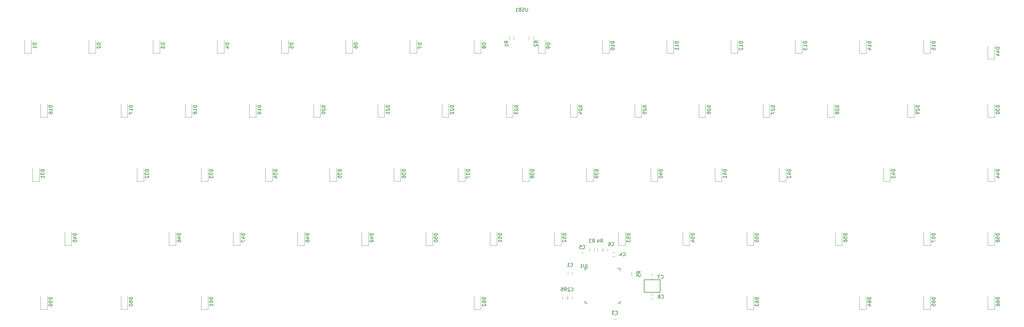
<source format=gbo>
G04 #@! TF.FileFunction,Legend,Bot*
%FSLAX46Y46*%
G04 Gerber Fmt 4.6, Leading zero omitted, Abs format (unit mm)*
G04 Created by KiCad (PCBNEW 4.0.7) date 02/25/19 20:16:44*
%MOMM*%
%LPD*%
G01*
G04 APERTURE LIST*
%ADD10C,0.100000*%
%ADD11C,0.120000*%
%ADD12C,0.150000*%
%ADD13C,0.200000*%
G04 APERTURE END LIST*
D10*
D11*
X373662500Y-111150000D02*
X371662500Y-111150000D01*
X371662500Y-111150000D02*
X371662500Y-107250000D01*
X373662500Y-111150000D02*
X373662500Y-107250000D01*
X248306250Y-175206250D02*
X248306250Y-174506250D01*
X247106250Y-174506250D02*
X247106250Y-175206250D01*
X247106250Y-181806250D02*
X247106250Y-182506250D01*
X248306250Y-182506250D02*
X248306250Y-181806250D01*
X261406250Y-187306250D02*
X260706250Y-187306250D01*
X260706250Y-188506250D02*
X261406250Y-188506250D01*
X261006250Y-168706250D02*
X260306250Y-168706250D01*
X260306250Y-169906250D02*
X261006250Y-169906250D01*
X251006250Y-168906250D02*
X251706250Y-168906250D01*
X251706250Y-167706250D02*
X251006250Y-167706250D01*
X258906250Y-168306250D02*
X258906250Y-167606250D01*
X257706250Y-167606250D02*
X257706250Y-168306250D01*
X271556250Y-176506250D02*
X272256250Y-176506250D01*
X272256250Y-175306250D02*
X271556250Y-175306250D01*
X272256250Y-181306250D02*
X271556250Y-181306250D01*
X271556250Y-182506250D02*
X272256250Y-182506250D01*
X231036250Y-105406250D02*
X231036250Y-104406250D01*
X229676250Y-104406250D02*
X229676250Y-105406250D01*
X236886250Y-105406250D02*
X236886250Y-104406250D01*
X235526250Y-104406250D02*
X235526250Y-105406250D01*
X254880000Y-168400000D02*
X254880000Y-167400000D01*
X253520000Y-167400000D02*
X253520000Y-168400000D01*
X257280000Y-168400000D02*
X257280000Y-167400000D01*
X255920000Y-167400000D02*
X255920000Y-168400000D01*
X266020000Y-174612500D02*
X266020000Y-175612500D01*
X267380000Y-175612500D02*
X267380000Y-174612500D01*
X246880000Y-182700000D02*
X246880000Y-181700000D01*
X245520000Y-181700000D02*
X245520000Y-182700000D01*
D12*
X252225000Y-173418750D02*
X252800000Y-173418750D01*
X252225000Y-183768750D02*
X252900000Y-183768750D01*
X262575000Y-183768750D02*
X261900000Y-183768750D01*
X262575000Y-173418750D02*
X261900000Y-173418750D01*
X252225000Y-173418750D02*
X252225000Y-174093750D01*
X262575000Y-173418750D02*
X262575000Y-174093750D01*
X262575000Y-183768750D02*
X262575000Y-183093750D01*
X252225000Y-183768750D02*
X252225000Y-183093750D01*
X252800000Y-173418750D02*
X252800000Y-172143750D01*
D13*
X269731250Y-176831250D02*
X269731250Y-180581250D01*
X269731250Y-180581250D02*
X274481250Y-180581250D01*
X274481250Y-180581250D02*
X274481250Y-176831250D01*
X274481250Y-176831250D02*
X269731250Y-176831250D01*
D11*
X87915698Y-109406340D02*
X85915698Y-109406340D01*
X85915698Y-109406340D02*
X85915698Y-105506340D01*
X87915698Y-109406340D02*
X87915698Y-105506340D01*
X106965714Y-109406340D02*
X104965714Y-109406340D01*
X104965714Y-109406340D02*
X104965714Y-105506340D01*
X106965714Y-109406340D02*
X106965714Y-105506340D01*
X126015625Y-109406250D02*
X124015625Y-109406250D01*
X124015625Y-109406250D02*
X124015625Y-105506250D01*
X126015625Y-109406250D02*
X126015625Y-105506250D01*
X145065625Y-109406250D02*
X143065625Y-109406250D01*
X143065625Y-109406250D02*
X143065625Y-105506250D01*
X145065625Y-109406250D02*
X145065625Y-105506250D01*
X164115625Y-109406250D02*
X162115625Y-109406250D01*
X162115625Y-109406250D02*
X162115625Y-105506250D01*
X164115625Y-109406250D02*
X164115625Y-105506250D01*
X183165625Y-109406250D02*
X181165625Y-109406250D01*
X181165625Y-109406250D02*
X181165625Y-105506250D01*
X183165625Y-109406250D02*
X183165625Y-105506250D01*
X202215625Y-109406250D02*
X200215625Y-109406250D01*
X200215625Y-109406250D02*
X200215625Y-105506250D01*
X202215625Y-109406250D02*
X202215625Y-105506250D01*
X221265625Y-109406250D02*
X219265625Y-109406250D01*
X219265625Y-109406250D02*
X219265625Y-105506250D01*
X221265625Y-109406250D02*
X221265625Y-105506250D01*
X240315625Y-109406250D02*
X238315625Y-109406250D01*
X238315625Y-109406250D02*
X238315625Y-105506250D01*
X240315625Y-109406250D02*
X240315625Y-105506250D01*
X259365625Y-109406250D02*
X257365625Y-109406250D01*
X257365625Y-109406250D02*
X257365625Y-105506250D01*
X259365625Y-109406250D02*
X259365625Y-105506250D01*
X278415625Y-109406250D02*
X276415625Y-109406250D01*
X276415625Y-109406250D02*
X276415625Y-105506250D01*
X278415625Y-109406250D02*
X278415625Y-105506250D01*
X297465625Y-109406250D02*
X295465625Y-109406250D01*
X295465625Y-109406250D02*
X295465625Y-105506250D01*
X297465625Y-109406250D02*
X297465625Y-105506250D01*
X316515625Y-109406250D02*
X314515625Y-109406250D01*
X314515625Y-109406250D02*
X314515625Y-105506250D01*
X316515625Y-109406250D02*
X316515625Y-105506250D01*
X335565625Y-109406250D02*
X333565625Y-109406250D01*
X333565625Y-109406250D02*
X333565625Y-105506250D01*
X335565625Y-109406250D02*
X335565625Y-105506250D01*
X354615625Y-109406250D02*
X352615625Y-109406250D01*
X352615625Y-109406250D02*
X352615625Y-105506250D01*
X354615625Y-109406250D02*
X354615625Y-105506250D01*
X92678125Y-128456250D02*
X90678125Y-128456250D01*
X90678125Y-128456250D02*
X90678125Y-124556250D01*
X92678125Y-128456250D02*
X92678125Y-124556250D01*
X116490625Y-128456250D02*
X114490625Y-128456250D01*
X114490625Y-128456250D02*
X114490625Y-124556250D01*
X116490625Y-128456250D02*
X116490625Y-124556250D01*
X135540625Y-128456250D02*
X133540625Y-128456250D01*
X133540625Y-128456250D02*
X133540625Y-124556250D01*
X135540625Y-128456250D02*
X135540625Y-124556250D01*
X154590625Y-128456250D02*
X152590625Y-128456250D01*
X152590625Y-128456250D02*
X152590625Y-124556250D01*
X154590625Y-128456250D02*
X154590625Y-124556250D01*
X173640625Y-128456250D02*
X171640625Y-128456250D01*
X171640625Y-128456250D02*
X171640625Y-124556250D01*
X173640625Y-128456250D02*
X173640625Y-124556250D01*
X192690625Y-128456250D02*
X190690625Y-128456250D01*
X190690625Y-128456250D02*
X190690625Y-124556250D01*
X192690625Y-128456250D02*
X192690625Y-124556250D01*
X211740625Y-128456250D02*
X209740625Y-128456250D01*
X209740625Y-128456250D02*
X209740625Y-124556250D01*
X211740625Y-128456250D02*
X211740625Y-124556250D01*
X230790625Y-128456250D02*
X228790625Y-128456250D01*
X228790625Y-128456250D02*
X228790625Y-124556250D01*
X230790625Y-128456250D02*
X230790625Y-124556250D01*
X249840625Y-128456250D02*
X247840625Y-128456250D01*
X247840625Y-128456250D02*
X247840625Y-124556250D01*
X249840625Y-128456250D02*
X249840625Y-124556250D01*
X268890625Y-128456250D02*
X266890625Y-128456250D01*
X266890625Y-128456250D02*
X266890625Y-124556250D01*
X268890625Y-128456250D02*
X268890625Y-124556250D01*
X287940625Y-128456250D02*
X285940625Y-128456250D01*
X285940625Y-128456250D02*
X285940625Y-124556250D01*
X287940625Y-128456250D02*
X287940625Y-124556250D01*
X306990625Y-128456250D02*
X304990625Y-128456250D01*
X304990625Y-128456250D02*
X304990625Y-124556250D01*
X306990625Y-128456250D02*
X306990625Y-124556250D01*
X326040625Y-128456250D02*
X324040625Y-128456250D01*
X324040625Y-128456250D02*
X324040625Y-124556250D01*
X326040625Y-128456250D02*
X326040625Y-124556250D01*
X349853125Y-128456250D02*
X347853125Y-128456250D01*
X347853125Y-128456250D02*
X347853125Y-124556250D01*
X349853125Y-128456250D02*
X349853125Y-124556250D01*
X373665625Y-128456250D02*
X371665625Y-128456250D01*
X371665625Y-128456250D02*
X371665625Y-124556250D01*
X373665625Y-128456250D02*
X373665625Y-124556250D01*
X90296875Y-147506250D02*
X88296875Y-147506250D01*
X88296875Y-147506250D02*
X88296875Y-143606250D01*
X90296875Y-147506250D02*
X90296875Y-143606250D01*
X121253125Y-147506250D02*
X119253125Y-147506250D01*
X119253125Y-147506250D02*
X119253125Y-143606250D01*
X121253125Y-147506250D02*
X121253125Y-143606250D01*
X140303125Y-147506250D02*
X138303125Y-147506250D01*
X138303125Y-147506250D02*
X138303125Y-143606250D01*
X140303125Y-147506250D02*
X140303125Y-143606250D01*
X159353125Y-147506250D02*
X157353125Y-147506250D01*
X157353125Y-147506250D02*
X157353125Y-143606250D01*
X159353125Y-147506250D02*
X159353125Y-143606250D01*
X178403125Y-147506250D02*
X176403125Y-147506250D01*
X176403125Y-147506250D02*
X176403125Y-143606250D01*
X178403125Y-147506250D02*
X178403125Y-143606250D01*
X197453125Y-147506250D02*
X195453125Y-147506250D01*
X195453125Y-147506250D02*
X195453125Y-143606250D01*
X197453125Y-147506250D02*
X197453125Y-143606250D01*
X216503125Y-147506250D02*
X214503125Y-147506250D01*
X214503125Y-147506250D02*
X214503125Y-143606250D01*
X216503125Y-147506250D02*
X216503125Y-143606250D01*
X235553125Y-147506250D02*
X233553125Y-147506250D01*
X233553125Y-147506250D02*
X233553125Y-143606250D01*
X235553125Y-147506250D02*
X235553125Y-143606250D01*
X254603125Y-147506250D02*
X252603125Y-147506250D01*
X252603125Y-147506250D02*
X252603125Y-143606250D01*
X254603125Y-147506250D02*
X254603125Y-143606250D01*
X273653125Y-147506250D02*
X271653125Y-147506250D01*
X271653125Y-147506250D02*
X271653125Y-143606250D01*
X273653125Y-147506250D02*
X273653125Y-143606250D01*
X292703125Y-147506250D02*
X290703125Y-147506250D01*
X290703125Y-147506250D02*
X290703125Y-143606250D01*
X292703125Y-147506250D02*
X292703125Y-143606250D01*
X311753125Y-147506250D02*
X309753125Y-147506250D01*
X309753125Y-147506250D02*
X309753125Y-143606250D01*
X311753125Y-147506250D02*
X311753125Y-143606250D01*
X342709375Y-147506250D02*
X340709375Y-147506250D01*
X340709375Y-147506250D02*
X340709375Y-143606250D01*
X342709375Y-147506250D02*
X342709375Y-143606250D01*
X373665625Y-147506250D02*
X371665625Y-147506250D01*
X371665625Y-147506250D02*
X371665625Y-143606250D01*
X373665625Y-147506250D02*
X373665625Y-143606250D01*
X99821875Y-166556250D02*
X97821875Y-166556250D01*
X97821875Y-166556250D02*
X97821875Y-162656250D01*
X99821875Y-166556250D02*
X99821875Y-162656250D01*
X130778125Y-166556250D02*
X128778125Y-166556250D01*
X128778125Y-166556250D02*
X128778125Y-162656250D01*
X130778125Y-166556250D02*
X130778125Y-162656250D01*
X149828125Y-166556250D02*
X147828125Y-166556250D01*
X147828125Y-166556250D02*
X147828125Y-162656250D01*
X149828125Y-166556250D02*
X149828125Y-162656250D01*
X168878125Y-166556250D02*
X166878125Y-166556250D01*
X166878125Y-166556250D02*
X166878125Y-162656250D01*
X168878125Y-166556250D02*
X168878125Y-162656250D01*
X187928125Y-166556250D02*
X185928125Y-166556250D01*
X185928125Y-166556250D02*
X185928125Y-162656250D01*
X187928125Y-166556250D02*
X187928125Y-162656250D01*
X206978125Y-166556250D02*
X204978125Y-166556250D01*
X204978125Y-166556250D02*
X204978125Y-162656250D01*
X206978125Y-166556250D02*
X206978125Y-162656250D01*
X226028125Y-166556250D02*
X224028125Y-166556250D01*
X224028125Y-166556250D02*
X224028125Y-162656250D01*
X226028125Y-166556250D02*
X226028125Y-162656250D01*
X245078125Y-166556250D02*
X243078125Y-166556250D01*
X243078125Y-166556250D02*
X243078125Y-162656250D01*
X245078125Y-166556250D02*
X245078125Y-162656250D01*
X264128125Y-166556250D02*
X262128125Y-166556250D01*
X262128125Y-166556250D02*
X262128125Y-162656250D01*
X264128125Y-166556250D02*
X264128125Y-162656250D01*
X283178125Y-166556250D02*
X281178125Y-166556250D01*
X281178125Y-166556250D02*
X281178125Y-162656250D01*
X283178125Y-166556250D02*
X283178125Y-162656250D01*
X302228125Y-166556250D02*
X300228125Y-166556250D01*
X300228125Y-166556250D02*
X300228125Y-162656250D01*
X302228125Y-166556250D02*
X302228125Y-162656250D01*
X328421875Y-166556250D02*
X326421875Y-166556250D01*
X326421875Y-166556250D02*
X326421875Y-162656250D01*
X328421875Y-166556250D02*
X328421875Y-162656250D01*
X354615625Y-166556250D02*
X352615625Y-166556250D01*
X352615625Y-166556250D02*
X352615625Y-162656250D01*
X354615625Y-166556250D02*
X354615625Y-162656250D01*
X373665625Y-166556250D02*
X371665625Y-166556250D01*
X371665625Y-166556250D02*
X371665625Y-162656250D01*
X373665625Y-166556250D02*
X373665625Y-162656250D01*
X92678125Y-185606250D02*
X90678125Y-185606250D01*
X90678125Y-185606250D02*
X90678125Y-181706250D01*
X92678125Y-185606250D02*
X92678125Y-181706250D01*
X116490625Y-185606250D02*
X114490625Y-185606250D01*
X114490625Y-185606250D02*
X114490625Y-181706250D01*
X116490625Y-185606250D02*
X116490625Y-181706250D01*
X140303125Y-185606250D02*
X138303125Y-185606250D01*
X138303125Y-185606250D02*
X138303125Y-181706250D01*
X140303125Y-185606250D02*
X140303125Y-181706250D01*
X221265625Y-185606250D02*
X219265625Y-185606250D01*
X219265625Y-185606250D02*
X219265625Y-181706250D01*
X221265625Y-185606250D02*
X221265625Y-181706250D01*
X302228125Y-185606250D02*
X300228125Y-185606250D01*
X300228125Y-185606250D02*
X300228125Y-181706250D01*
X302228125Y-185606250D02*
X302228125Y-181706250D01*
X335565625Y-185606250D02*
X333565625Y-185606250D01*
X333565625Y-185606250D02*
X333565625Y-181706250D01*
X335565625Y-185606250D02*
X335565625Y-181706250D01*
X354615625Y-185606250D02*
X352615625Y-185606250D01*
X352615625Y-185606250D02*
X352615625Y-181706250D01*
X354615625Y-185606250D02*
X354615625Y-181706250D01*
X373665625Y-185606250D02*
X371665625Y-185606250D01*
X371665625Y-185606250D02*
X371665625Y-181706250D01*
X373665625Y-185606250D02*
X373665625Y-181706250D01*
D12*
X375114881Y-107685714D02*
X374114881Y-107685714D01*
X374114881Y-107923809D01*
X374162500Y-108066667D01*
X374257738Y-108161905D01*
X374352976Y-108209524D01*
X374543452Y-108257143D01*
X374686310Y-108257143D01*
X374876786Y-108209524D01*
X374972024Y-108161905D01*
X375067262Y-108066667D01*
X375114881Y-107923809D01*
X375114881Y-107685714D01*
X374448214Y-109114286D02*
X375114881Y-109114286D01*
X374067262Y-108876190D02*
X374781548Y-108638095D01*
X374781548Y-109257143D01*
X374448214Y-110066667D02*
X375114881Y-110066667D01*
X374067262Y-109828571D02*
X374781548Y-109590476D01*
X374781548Y-110209524D01*
X247872916Y-172763393D02*
X247920535Y-172811012D01*
X248063392Y-172858631D01*
X248158630Y-172858631D01*
X248301488Y-172811012D01*
X248396726Y-172715774D01*
X248444345Y-172620536D01*
X248491964Y-172430060D01*
X248491964Y-172287202D01*
X248444345Y-172096726D01*
X248396726Y-172001488D01*
X248301488Y-171906250D01*
X248158630Y-171858631D01*
X248063392Y-171858631D01*
X247920535Y-171906250D01*
X247872916Y-171953869D01*
X246920535Y-172858631D02*
X247491964Y-172858631D01*
X247206250Y-172858631D02*
X247206250Y-171858631D01*
X247301488Y-172001488D01*
X247396726Y-172096726D01*
X247491964Y-172144345D01*
X248016666Y-180107143D02*
X248064285Y-180154762D01*
X248207142Y-180202381D01*
X248302380Y-180202381D01*
X248445238Y-180154762D01*
X248540476Y-180059524D01*
X248588095Y-179964286D01*
X248635714Y-179773810D01*
X248635714Y-179630952D01*
X248588095Y-179440476D01*
X248540476Y-179345238D01*
X248445238Y-179250000D01*
X248302380Y-179202381D01*
X248207142Y-179202381D01*
X248064285Y-179250000D01*
X248016666Y-179297619D01*
X247635714Y-179297619D02*
X247588095Y-179250000D01*
X247492857Y-179202381D01*
X247254761Y-179202381D01*
X247159523Y-179250000D01*
X247111904Y-179297619D01*
X247064285Y-179392857D01*
X247064285Y-179488095D01*
X247111904Y-179630952D01*
X247683333Y-180202381D01*
X247064285Y-180202381D01*
X261222916Y-187013393D02*
X261270535Y-187061012D01*
X261413392Y-187108631D01*
X261508630Y-187108631D01*
X261651488Y-187061012D01*
X261746726Y-186965774D01*
X261794345Y-186870536D01*
X261841964Y-186680060D01*
X261841964Y-186537202D01*
X261794345Y-186346726D01*
X261746726Y-186251488D01*
X261651488Y-186156250D01*
X261508630Y-186108631D01*
X261413392Y-186108631D01*
X261270535Y-186156250D01*
X261222916Y-186203869D01*
X260889583Y-186108631D02*
X260270535Y-186108631D01*
X260603869Y-186489583D01*
X260461011Y-186489583D01*
X260365773Y-186537202D01*
X260318154Y-186584821D01*
X260270535Y-186680060D01*
X260270535Y-186918155D01*
X260318154Y-187013393D01*
X260365773Y-187061012D01*
X260461011Y-187108631D01*
X260746726Y-187108631D01*
X260841964Y-187061012D01*
X260889583Y-187013393D01*
X263472916Y-169663393D02*
X263520535Y-169711012D01*
X263663392Y-169758631D01*
X263758630Y-169758631D01*
X263901488Y-169711012D01*
X263996726Y-169615774D01*
X264044345Y-169520536D01*
X264091964Y-169330060D01*
X264091964Y-169187202D01*
X264044345Y-168996726D01*
X263996726Y-168901488D01*
X263901488Y-168806250D01*
X263758630Y-168758631D01*
X263663392Y-168758631D01*
X263520535Y-168806250D01*
X263472916Y-168853869D01*
X262615773Y-169091964D02*
X262615773Y-169758631D01*
X262853869Y-168711012D02*
X263091964Y-169425298D01*
X262472916Y-169425298D01*
X251472916Y-167463393D02*
X251520535Y-167511012D01*
X251663392Y-167558631D01*
X251758630Y-167558631D01*
X251901488Y-167511012D01*
X251996726Y-167415774D01*
X252044345Y-167320536D01*
X252091964Y-167130060D01*
X252091964Y-166987202D01*
X252044345Y-166796726D01*
X251996726Y-166701488D01*
X251901488Y-166606250D01*
X251758630Y-166558631D01*
X251663392Y-166558631D01*
X251520535Y-166606250D01*
X251472916Y-166653869D01*
X250568154Y-166558631D02*
X251044345Y-166558631D01*
X251091964Y-167034821D01*
X251044345Y-166987202D01*
X250949107Y-166939583D01*
X250711011Y-166939583D01*
X250615773Y-166987202D01*
X250568154Y-167034821D01*
X250520535Y-167130060D01*
X250520535Y-167368155D01*
X250568154Y-167463393D01*
X250615773Y-167511012D01*
X250711011Y-167558631D01*
X250949107Y-167558631D01*
X251044345Y-167511012D01*
X251091964Y-167463393D01*
X260066666Y-166607143D02*
X260114285Y-166654762D01*
X260257142Y-166702381D01*
X260352380Y-166702381D01*
X260495238Y-166654762D01*
X260590476Y-166559524D01*
X260638095Y-166464286D01*
X260685714Y-166273810D01*
X260685714Y-166130952D01*
X260638095Y-165940476D01*
X260590476Y-165845238D01*
X260495238Y-165750000D01*
X260352380Y-165702381D01*
X260257142Y-165702381D01*
X260114285Y-165750000D01*
X260066666Y-165797619D01*
X259209523Y-165702381D02*
X259400000Y-165702381D01*
X259495238Y-165750000D01*
X259542857Y-165797619D01*
X259638095Y-165940476D01*
X259685714Y-166130952D01*
X259685714Y-166511905D01*
X259638095Y-166607143D01*
X259590476Y-166654762D01*
X259495238Y-166702381D01*
X259304761Y-166702381D01*
X259209523Y-166654762D01*
X259161904Y-166607143D01*
X259114285Y-166511905D01*
X259114285Y-166273810D01*
X259161904Y-166178571D01*
X259209523Y-166130952D01*
X259304761Y-166083333D01*
X259495238Y-166083333D01*
X259590476Y-166130952D01*
X259638095Y-166178571D01*
X259685714Y-166273810D01*
X274772916Y-176363393D02*
X274820535Y-176411012D01*
X274963392Y-176458631D01*
X275058630Y-176458631D01*
X275201488Y-176411012D01*
X275296726Y-176315774D01*
X275344345Y-176220536D01*
X275391964Y-176030060D01*
X275391964Y-175887202D01*
X275344345Y-175696726D01*
X275296726Y-175601488D01*
X275201488Y-175506250D01*
X275058630Y-175458631D01*
X274963392Y-175458631D01*
X274820535Y-175506250D01*
X274772916Y-175553869D01*
X274439583Y-175458631D02*
X273772916Y-175458631D01*
X274201488Y-176458631D01*
X274872916Y-182263393D02*
X274920535Y-182311012D01*
X275063392Y-182358631D01*
X275158630Y-182358631D01*
X275301488Y-182311012D01*
X275396726Y-182215774D01*
X275444345Y-182120536D01*
X275491964Y-181930060D01*
X275491964Y-181787202D01*
X275444345Y-181596726D01*
X275396726Y-181501488D01*
X275301488Y-181406250D01*
X275158630Y-181358631D01*
X275063392Y-181358631D01*
X274920535Y-181406250D01*
X274872916Y-181453869D01*
X274301488Y-181787202D02*
X274396726Y-181739583D01*
X274444345Y-181691964D01*
X274491964Y-181596726D01*
X274491964Y-181549107D01*
X274444345Y-181453869D01*
X274396726Y-181406250D01*
X274301488Y-181358631D01*
X274111011Y-181358631D01*
X274015773Y-181406250D01*
X273968154Y-181453869D01*
X273920535Y-181549107D01*
X273920535Y-181596726D01*
X273968154Y-181691964D01*
X274015773Y-181739583D01*
X274111011Y-181787202D01*
X274301488Y-181787202D01*
X274396726Y-181834821D01*
X274444345Y-181882440D01*
X274491964Y-181977679D01*
X274491964Y-182168155D01*
X274444345Y-182263393D01*
X274396726Y-182311012D01*
X274301488Y-182358631D01*
X274111011Y-182358631D01*
X274015773Y-182311012D01*
X273968154Y-182263393D01*
X273920535Y-182168155D01*
X273920535Y-181977679D01*
X273968154Y-181882440D01*
X274015773Y-181834821D01*
X274111011Y-181787202D01*
X229302381Y-106433334D02*
X228826190Y-106100000D01*
X229302381Y-105861905D02*
X228302381Y-105861905D01*
X228302381Y-106242858D01*
X228350000Y-106338096D01*
X228397619Y-106385715D01*
X228492857Y-106433334D01*
X228635714Y-106433334D01*
X228730952Y-106385715D01*
X228778571Y-106338096D01*
X228826190Y-106242858D01*
X228826190Y-105861905D01*
X229302381Y-107385715D02*
X229302381Y-106814286D01*
X229302381Y-107100000D02*
X228302381Y-107100000D01*
X228445238Y-107004762D01*
X228540476Y-106909524D01*
X228588095Y-106814286D01*
X238052381Y-106383334D02*
X237576190Y-106050000D01*
X238052381Y-105811905D02*
X237052381Y-105811905D01*
X237052381Y-106192858D01*
X237100000Y-106288096D01*
X237147619Y-106335715D01*
X237242857Y-106383334D01*
X237385714Y-106383334D01*
X237480952Y-106335715D01*
X237528571Y-106288096D01*
X237576190Y-106192858D01*
X237576190Y-105811905D01*
X237147619Y-106764286D02*
X237100000Y-106811905D01*
X237052381Y-106907143D01*
X237052381Y-107145239D01*
X237100000Y-107240477D01*
X237147619Y-107288096D01*
X237242857Y-107335715D01*
X237338095Y-107335715D01*
X237480952Y-107288096D01*
X238052381Y-106716667D01*
X238052381Y-107335715D01*
X254372916Y-165758631D02*
X254706250Y-165282440D01*
X254944345Y-165758631D02*
X254944345Y-164758631D01*
X254563392Y-164758631D01*
X254468154Y-164806250D01*
X254420535Y-164853869D01*
X254372916Y-164949107D01*
X254372916Y-165091964D01*
X254420535Y-165187202D01*
X254468154Y-165234821D01*
X254563392Y-165282440D01*
X254944345Y-165282440D01*
X254039583Y-164758631D02*
X253420535Y-164758631D01*
X253753869Y-165139583D01*
X253611011Y-165139583D01*
X253515773Y-165187202D01*
X253468154Y-165234821D01*
X253420535Y-165330060D01*
X253420535Y-165568155D01*
X253468154Y-165663393D01*
X253515773Y-165711012D01*
X253611011Y-165758631D01*
X253896726Y-165758631D01*
X253991964Y-165711012D01*
X254039583Y-165663393D01*
X256772916Y-165758631D02*
X257106250Y-165282440D01*
X257344345Y-165758631D02*
X257344345Y-164758631D01*
X256963392Y-164758631D01*
X256868154Y-164806250D01*
X256820535Y-164853869D01*
X256772916Y-164949107D01*
X256772916Y-165091964D01*
X256820535Y-165187202D01*
X256868154Y-165234821D01*
X256963392Y-165282440D01*
X257344345Y-165282440D01*
X255915773Y-165091964D02*
X255915773Y-165758631D01*
X256153869Y-164711012D02*
X256391964Y-165425298D01*
X255772916Y-165425298D01*
X268602381Y-174945834D02*
X268126190Y-174612500D01*
X268602381Y-174374405D02*
X267602381Y-174374405D01*
X267602381Y-174755358D01*
X267650000Y-174850596D01*
X267697619Y-174898215D01*
X267792857Y-174945834D01*
X267935714Y-174945834D01*
X268030952Y-174898215D01*
X268078571Y-174850596D01*
X268126190Y-174755358D01*
X268126190Y-174374405D01*
X267602381Y-175850596D02*
X267602381Y-175374405D01*
X268078571Y-175326786D01*
X268030952Y-175374405D01*
X267983333Y-175469643D01*
X267983333Y-175707739D01*
X268030952Y-175802977D01*
X268078571Y-175850596D01*
X268173810Y-175898215D01*
X268411905Y-175898215D01*
X268507143Y-175850596D01*
X268554762Y-175802977D01*
X268602381Y-175707739D01*
X268602381Y-175469643D01*
X268554762Y-175374405D01*
X268507143Y-175326786D01*
X246016666Y-180102381D02*
X246350000Y-179626190D01*
X246588095Y-180102381D02*
X246588095Y-179102381D01*
X246207142Y-179102381D01*
X246111904Y-179150000D01*
X246064285Y-179197619D01*
X246016666Y-179292857D01*
X246016666Y-179435714D01*
X246064285Y-179530952D01*
X246111904Y-179578571D01*
X246207142Y-179626190D01*
X246588095Y-179626190D01*
X245159523Y-179102381D02*
X245350000Y-179102381D01*
X245445238Y-179150000D01*
X245492857Y-179197619D01*
X245588095Y-179340476D01*
X245635714Y-179530952D01*
X245635714Y-179911905D01*
X245588095Y-180007143D01*
X245540476Y-180054762D01*
X245445238Y-180102381D01*
X245254761Y-180102381D01*
X245159523Y-180054762D01*
X245111904Y-180007143D01*
X245064285Y-179911905D01*
X245064285Y-179673810D01*
X245111904Y-179578571D01*
X245159523Y-179530952D01*
X245254761Y-179483333D01*
X245445238Y-179483333D01*
X245540476Y-179530952D01*
X245588095Y-179578571D01*
X245635714Y-179673810D01*
X252368155Y-172158631D02*
X252368155Y-172968155D01*
X252320536Y-173063393D01*
X252272917Y-173111012D01*
X252177679Y-173158631D01*
X251987202Y-173158631D01*
X251891964Y-173111012D01*
X251844345Y-173063393D01*
X251796726Y-172968155D01*
X251796726Y-172158631D01*
X250796726Y-173158631D02*
X251368155Y-173158631D01*
X251082441Y-173158631D02*
X251082441Y-172158631D01*
X251177679Y-172301488D01*
X251272917Y-172396726D01*
X251368155Y-172444345D01*
X89368079Y-106418245D02*
X88368079Y-106418245D01*
X88368079Y-106656340D01*
X88415698Y-106799198D01*
X88510936Y-106894436D01*
X88606174Y-106942055D01*
X88796650Y-106989674D01*
X88939508Y-106989674D01*
X89129984Y-106942055D01*
X89225222Y-106894436D01*
X89320460Y-106799198D01*
X89368079Y-106656340D01*
X89368079Y-106418245D01*
X89368079Y-107942055D02*
X89368079Y-107370626D01*
X89368079Y-107656340D02*
X88368079Y-107656340D01*
X88510936Y-107561102D01*
X88606174Y-107465864D01*
X88653793Y-107370626D01*
X108418095Y-106418245D02*
X107418095Y-106418245D01*
X107418095Y-106656340D01*
X107465714Y-106799198D01*
X107560952Y-106894436D01*
X107656190Y-106942055D01*
X107846666Y-106989674D01*
X107989524Y-106989674D01*
X108180000Y-106942055D01*
X108275238Y-106894436D01*
X108370476Y-106799198D01*
X108418095Y-106656340D01*
X108418095Y-106418245D01*
X107513333Y-107370626D02*
X107465714Y-107418245D01*
X107418095Y-107513483D01*
X107418095Y-107751579D01*
X107465714Y-107846817D01*
X107513333Y-107894436D01*
X107608571Y-107942055D01*
X107703809Y-107942055D01*
X107846666Y-107894436D01*
X108418095Y-107323007D01*
X108418095Y-107942055D01*
X127468006Y-106418155D02*
X126468006Y-106418155D01*
X126468006Y-106656250D01*
X126515625Y-106799108D01*
X126610863Y-106894346D01*
X126706101Y-106941965D01*
X126896577Y-106989584D01*
X127039435Y-106989584D01*
X127229911Y-106941965D01*
X127325149Y-106894346D01*
X127420387Y-106799108D01*
X127468006Y-106656250D01*
X127468006Y-106418155D01*
X126468006Y-107322917D02*
X126468006Y-107941965D01*
X126848958Y-107608631D01*
X126848958Y-107751489D01*
X126896577Y-107846727D01*
X126944196Y-107894346D01*
X127039435Y-107941965D01*
X127277530Y-107941965D01*
X127372768Y-107894346D01*
X127420387Y-107846727D01*
X127468006Y-107751489D01*
X127468006Y-107465774D01*
X127420387Y-107370536D01*
X127372768Y-107322917D01*
X146518006Y-106418155D02*
X145518006Y-106418155D01*
X145518006Y-106656250D01*
X145565625Y-106799108D01*
X145660863Y-106894346D01*
X145756101Y-106941965D01*
X145946577Y-106989584D01*
X146089435Y-106989584D01*
X146279911Y-106941965D01*
X146375149Y-106894346D01*
X146470387Y-106799108D01*
X146518006Y-106656250D01*
X146518006Y-106418155D01*
X145851339Y-107846727D02*
X146518006Y-107846727D01*
X145470387Y-107608631D02*
X146184673Y-107370536D01*
X146184673Y-107989584D01*
X165568006Y-106418155D02*
X164568006Y-106418155D01*
X164568006Y-106656250D01*
X164615625Y-106799108D01*
X164710863Y-106894346D01*
X164806101Y-106941965D01*
X164996577Y-106989584D01*
X165139435Y-106989584D01*
X165329911Y-106941965D01*
X165425149Y-106894346D01*
X165520387Y-106799108D01*
X165568006Y-106656250D01*
X165568006Y-106418155D01*
X164568006Y-107894346D02*
X164568006Y-107418155D01*
X165044196Y-107370536D01*
X164996577Y-107418155D01*
X164948958Y-107513393D01*
X164948958Y-107751489D01*
X164996577Y-107846727D01*
X165044196Y-107894346D01*
X165139435Y-107941965D01*
X165377530Y-107941965D01*
X165472768Y-107894346D01*
X165520387Y-107846727D01*
X165568006Y-107751489D01*
X165568006Y-107513393D01*
X165520387Y-107418155D01*
X165472768Y-107370536D01*
X184618006Y-106418155D02*
X183618006Y-106418155D01*
X183618006Y-106656250D01*
X183665625Y-106799108D01*
X183760863Y-106894346D01*
X183856101Y-106941965D01*
X184046577Y-106989584D01*
X184189435Y-106989584D01*
X184379911Y-106941965D01*
X184475149Y-106894346D01*
X184570387Y-106799108D01*
X184618006Y-106656250D01*
X184618006Y-106418155D01*
X183618006Y-107846727D02*
X183618006Y-107656250D01*
X183665625Y-107561012D01*
X183713244Y-107513393D01*
X183856101Y-107418155D01*
X184046577Y-107370536D01*
X184427530Y-107370536D01*
X184522768Y-107418155D01*
X184570387Y-107465774D01*
X184618006Y-107561012D01*
X184618006Y-107751489D01*
X184570387Y-107846727D01*
X184522768Y-107894346D01*
X184427530Y-107941965D01*
X184189435Y-107941965D01*
X184094196Y-107894346D01*
X184046577Y-107846727D01*
X183998958Y-107751489D01*
X183998958Y-107561012D01*
X184046577Y-107465774D01*
X184094196Y-107418155D01*
X184189435Y-107370536D01*
X203668006Y-106418155D02*
X202668006Y-106418155D01*
X202668006Y-106656250D01*
X202715625Y-106799108D01*
X202810863Y-106894346D01*
X202906101Y-106941965D01*
X203096577Y-106989584D01*
X203239435Y-106989584D01*
X203429911Y-106941965D01*
X203525149Y-106894346D01*
X203620387Y-106799108D01*
X203668006Y-106656250D01*
X203668006Y-106418155D01*
X202668006Y-107322917D02*
X202668006Y-107989584D01*
X203668006Y-107561012D01*
X222718006Y-106418155D02*
X221718006Y-106418155D01*
X221718006Y-106656250D01*
X221765625Y-106799108D01*
X221860863Y-106894346D01*
X221956101Y-106941965D01*
X222146577Y-106989584D01*
X222289435Y-106989584D01*
X222479911Y-106941965D01*
X222575149Y-106894346D01*
X222670387Y-106799108D01*
X222718006Y-106656250D01*
X222718006Y-106418155D01*
X222146577Y-107561012D02*
X222098958Y-107465774D01*
X222051339Y-107418155D01*
X221956101Y-107370536D01*
X221908482Y-107370536D01*
X221813244Y-107418155D01*
X221765625Y-107465774D01*
X221718006Y-107561012D01*
X221718006Y-107751489D01*
X221765625Y-107846727D01*
X221813244Y-107894346D01*
X221908482Y-107941965D01*
X221956101Y-107941965D01*
X222051339Y-107894346D01*
X222098958Y-107846727D01*
X222146577Y-107751489D01*
X222146577Y-107561012D01*
X222194196Y-107465774D01*
X222241815Y-107418155D01*
X222337054Y-107370536D01*
X222527530Y-107370536D01*
X222622768Y-107418155D01*
X222670387Y-107465774D01*
X222718006Y-107561012D01*
X222718006Y-107751489D01*
X222670387Y-107846727D01*
X222622768Y-107894346D01*
X222527530Y-107941965D01*
X222337054Y-107941965D01*
X222241815Y-107894346D01*
X222194196Y-107846727D01*
X222146577Y-107751489D01*
X241768006Y-106418155D02*
X240768006Y-106418155D01*
X240768006Y-106656250D01*
X240815625Y-106799108D01*
X240910863Y-106894346D01*
X241006101Y-106941965D01*
X241196577Y-106989584D01*
X241339435Y-106989584D01*
X241529911Y-106941965D01*
X241625149Y-106894346D01*
X241720387Y-106799108D01*
X241768006Y-106656250D01*
X241768006Y-106418155D01*
X241768006Y-107465774D02*
X241768006Y-107656250D01*
X241720387Y-107751489D01*
X241672768Y-107799108D01*
X241529911Y-107894346D01*
X241339435Y-107941965D01*
X240958482Y-107941965D01*
X240863244Y-107894346D01*
X240815625Y-107846727D01*
X240768006Y-107751489D01*
X240768006Y-107561012D01*
X240815625Y-107465774D01*
X240863244Y-107418155D01*
X240958482Y-107370536D01*
X241196577Y-107370536D01*
X241291815Y-107418155D01*
X241339435Y-107465774D01*
X241387054Y-107561012D01*
X241387054Y-107751489D01*
X241339435Y-107846727D01*
X241291815Y-107894346D01*
X241196577Y-107941965D01*
X260818006Y-105941964D02*
X259818006Y-105941964D01*
X259818006Y-106180059D01*
X259865625Y-106322917D01*
X259960863Y-106418155D01*
X260056101Y-106465774D01*
X260246577Y-106513393D01*
X260389435Y-106513393D01*
X260579911Y-106465774D01*
X260675149Y-106418155D01*
X260770387Y-106322917D01*
X260818006Y-106180059D01*
X260818006Y-105941964D01*
X260818006Y-107465774D02*
X260818006Y-106894345D01*
X260818006Y-107180059D02*
X259818006Y-107180059D01*
X259960863Y-107084821D01*
X260056101Y-106989583D01*
X260103720Y-106894345D01*
X259818006Y-108084821D02*
X259818006Y-108180060D01*
X259865625Y-108275298D01*
X259913244Y-108322917D01*
X260008482Y-108370536D01*
X260198958Y-108418155D01*
X260437054Y-108418155D01*
X260627530Y-108370536D01*
X260722768Y-108322917D01*
X260770387Y-108275298D01*
X260818006Y-108180060D01*
X260818006Y-108084821D01*
X260770387Y-107989583D01*
X260722768Y-107941964D01*
X260627530Y-107894345D01*
X260437054Y-107846726D01*
X260198958Y-107846726D01*
X260008482Y-107894345D01*
X259913244Y-107941964D01*
X259865625Y-107989583D01*
X259818006Y-108084821D01*
X279868006Y-105941964D02*
X278868006Y-105941964D01*
X278868006Y-106180059D01*
X278915625Y-106322917D01*
X279010863Y-106418155D01*
X279106101Y-106465774D01*
X279296577Y-106513393D01*
X279439435Y-106513393D01*
X279629911Y-106465774D01*
X279725149Y-106418155D01*
X279820387Y-106322917D01*
X279868006Y-106180059D01*
X279868006Y-105941964D01*
X279868006Y-107465774D02*
X279868006Y-106894345D01*
X279868006Y-107180059D02*
X278868006Y-107180059D01*
X279010863Y-107084821D01*
X279106101Y-106989583D01*
X279153720Y-106894345D01*
X279868006Y-108418155D02*
X279868006Y-107846726D01*
X279868006Y-108132440D02*
X278868006Y-108132440D01*
X279010863Y-108037202D01*
X279106101Y-107941964D01*
X279153720Y-107846726D01*
X298918006Y-105941964D02*
X297918006Y-105941964D01*
X297918006Y-106180059D01*
X297965625Y-106322917D01*
X298060863Y-106418155D01*
X298156101Y-106465774D01*
X298346577Y-106513393D01*
X298489435Y-106513393D01*
X298679911Y-106465774D01*
X298775149Y-106418155D01*
X298870387Y-106322917D01*
X298918006Y-106180059D01*
X298918006Y-105941964D01*
X298918006Y-107465774D02*
X298918006Y-106894345D01*
X298918006Y-107180059D02*
X297918006Y-107180059D01*
X298060863Y-107084821D01*
X298156101Y-106989583D01*
X298203720Y-106894345D01*
X298013244Y-107846726D02*
X297965625Y-107894345D01*
X297918006Y-107989583D01*
X297918006Y-108227679D01*
X297965625Y-108322917D01*
X298013244Y-108370536D01*
X298108482Y-108418155D01*
X298203720Y-108418155D01*
X298346577Y-108370536D01*
X298918006Y-107799107D01*
X298918006Y-108418155D01*
X317968006Y-105941964D02*
X316968006Y-105941964D01*
X316968006Y-106180059D01*
X317015625Y-106322917D01*
X317110863Y-106418155D01*
X317206101Y-106465774D01*
X317396577Y-106513393D01*
X317539435Y-106513393D01*
X317729911Y-106465774D01*
X317825149Y-106418155D01*
X317920387Y-106322917D01*
X317968006Y-106180059D01*
X317968006Y-105941964D01*
X317968006Y-107465774D02*
X317968006Y-106894345D01*
X317968006Y-107180059D02*
X316968006Y-107180059D01*
X317110863Y-107084821D01*
X317206101Y-106989583D01*
X317253720Y-106894345D01*
X316968006Y-107799107D02*
X316968006Y-108418155D01*
X317348958Y-108084821D01*
X317348958Y-108227679D01*
X317396577Y-108322917D01*
X317444196Y-108370536D01*
X317539435Y-108418155D01*
X317777530Y-108418155D01*
X317872768Y-108370536D01*
X317920387Y-108322917D01*
X317968006Y-108227679D01*
X317968006Y-107941964D01*
X317920387Y-107846726D01*
X317872768Y-107799107D01*
X337018006Y-105941964D02*
X336018006Y-105941964D01*
X336018006Y-106180059D01*
X336065625Y-106322917D01*
X336160863Y-106418155D01*
X336256101Y-106465774D01*
X336446577Y-106513393D01*
X336589435Y-106513393D01*
X336779911Y-106465774D01*
X336875149Y-106418155D01*
X336970387Y-106322917D01*
X337018006Y-106180059D01*
X337018006Y-105941964D01*
X337018006Y-107465774D02*
X337018006Y-106894345D01*
X337018006Y-107180059D02*
X336018006Y-107180059D01*
X336160863Y-107084821D01*
X336256101Y-106989583D01*
X336303720Y-106894345D01*
X336351339Y-108322917D02*
X337018006Y-108322917D01*
X335970387Y-108084821D02*
X336684673Y-107846726D01*
X336684673Y-108465774D01*
X356068006Y-105941964D02*
X355068006Y-105941964D01*
X355068006Y-106180059D01*
X355115625Y-106322917D01*
X355210863Y-106418155D01*
X355306101Y-106465774D01*
X355496577Y-106513393D01*
X355639435Y-106513393D01*
X355829911Y-106465774D01*
X355925149Y-106418155D01*
X356020387Y-106322917D01*
X356068006Y-106180059D01*
X356068006Y-105941964D01*
X356068006Y-107465774D02*
X356068006Y-106894345D01*
X356068006Y-107180059D02*
X355068006Y-107180059D01*
X355210863Y-107084821D01*
X355306101Y-106989583D01*
X355353720Y-106894345D01*
X355068006Y-108370536D02*
X355068006Y-107894345D01*
X355544196Y-107846726D01*
X355496577Y-107894345D01*
X355448958Y-107989583D01*
X355448958Y-108227679D01*
X355496577Y-108322917D01*
X355544196Y-108370536D01*
X355639435Y-108418155D01*
X355877530Y-108418155D01*
X355972768Y-108370536D01*
X356020387Y-108322917D01*
X356068006Y-108227679D01*
X356068006Y-107989583D01*
X356020387Y-107894345D01*
X355972768Y-107846726D01*
X94130506Y-124991964D02*
X93130506Y-124991964D01*
X93130506Y-125230059D01*
X93178125Y-125372917D01*
X93273363Y-125468155D01*
X93368601Y-125515774D01*
X93559077Y-125563393D01*
X93701935Y-125563393D01*
X93892411Y-125515774D01*
X93987649Y-125468155D01*
X94082887Y-125372917D01*
X94130506Y-125230059D01*
X94130506Y-124991964D01*
X94130506Y-126515774D02*
X94130506Y-125944345D01*
X94130506Y-126230059D02*
X93130506Y-126230059D01*
X93273363Y-126134821D01*
X93368601Y-126039583D01*
X93416220Y-125944345D01*
X93130506Y-127372917D02*
X93130506Y-127182440D01*
X93178125Y-127087202D01*
X93225744Y-127039583D01*
X93368601Y-126944345D01*
X93559077Y-126896726D01*
X93940030Y-126896726D01*
X94035268Y-126944345D01*
X94082887Y-126991964D01*
X94130506Y-127087202D01*
X94130506Y-127277679D01*
X94082887Y-127372917D01*
X94035268Y-127420536D01*
X93940030Y-127468155D01*
X93701935Y-127468155D01*
X93606696Y-127420536D01*
X93559077Y-127372917D01*
X93511458Y-127277679D01*
X93511458Y-127087202D01*
X93559077Y-126991964D01*
X93606696Y-126944345D01*
X93701935Y-126896726D01*
X117943006Y-124991964D02*
X116943006Y-124991964D01*
X116943006Y-125230059D01*
X116990625Y-125372917D01*
X117085863Y-125468155D01*
X117181101Y-125515774D01*
X117371577Y-125563393D01*
X117514435Y-125563393D01*
X117704911Y-125515774D01*
X117800149Y-125468155D01*
X117895387Y-125372917D01*
X117943006Y-125230059D01*
X117943006Y-124991964D01*
X117943006Y-126515774D02*
X117943006Y-125944345D01*
X117943006Y-126230059D02*
X116943006Y-126230059D01*
X117085863Y-126134821D01*
X117181101Y-126039583D01*
X117228720Y-125944345D01*
X116943006Y-126849107D02*
X116943006Y-127515774D01*
X117943006Y-127087202D01*
X136993006Y-124991964D02*
X135993006Y-124991964D01*
X135993006Y-125230059D01*
X136040625Y-125372917D01*
X136135863Y-125468155D01*
X136231101Y-125515774D01*
X136421577Y-125563393D01*
X136564435Y-125563393D01*
X136754911Y-125515774D01*
X136850149Y-125468155D01*
X136945387Y-125372917D01*
X136993006Y-125230059D01*
X136993006Y-124991964D01*
X136993006Y-126515774D02*
X136993006Y-125944345D01*
X136993006Y-126230059D02*
X135993006Y-126230059D01*
X136135863Y-126134821D01*
X136231101Y-126039583D01*
X136278720Y-125944345D01*
X136421577Y-127087202D02*
X136373958Y-126991964D01*
X136326339Y-126944345D01*
X136231101Y-126896726D01*
X136183482Y-126896726D01*
X136088244Y-126944345D01*
X136040625Y-126991964D01*
X135993006Y-127087202D01*
X135993006Y-127277679D01*
X136040625Y-127372917D01*
X136088244Y-127420536D01*
X136183482Y-127468155D01*
X136231101Y-127468155D01*
X136326339Y-127420536D01*
X136373958Y-127372917D01*
X136421577Y-127277679D01*
X136421577Y-127087202D01*
X136469196Y-126991964D01*
X136516815Y-126944345D01*
X136612054Y-126896726D01*
X136802530Y-126896726D01*
X136897768Y-126944345D01*
X136945387Y-126991964D01*
X136993006Y-127087202D01*
X136993006Y-127277679D01*
X136945387Y-127372917D01*
X136897768Y-127420536D01*
X136802530Y-127468155D01*
X136612054Y-127468155D01*
X136516815Y-127420536D01*
X136469196Y-127372917D01*
X136421577Y-127277679D01*
X156043006Y-124991964D02*
X155043006Y-124991964D01*
X155043006Y-125230059D01*
X155090625Y-125372917D01*
X155185863Y-125468155D01*
X155281101Y-125515774D01*
X155471577Y-125563393D01*
X155614435Y-125563393D01*
X155804911Y-125515774D01*
X155900149Y-125468155D01*
X155995387Y-125372917D01*
X156043006Y-125230059D01*
X156043006Y-124991964D01*
X156043006Y-126515774D02*
X156043006Y-125944345D01*
X156043006Y-126230059D02*
X155043006Y-126230059D01*
X155185863Y-126134821D01*
X155281101Y-126039583D01*
X155328720Y-125944345D01*
X156043006Y-126991964D02*
X156043006Y-127182440D01*
X155995387Y-127277679D01*
X155947768Y-127325298D01*
X155804911Y-127420536D01*
X155614435Y-127468155D01*
X155233482Y-127468155D01*
X155138244Y-127420536D01*
X155090625Y-127372917D01*
X155043006Y-127277679D01*
X155043006Y-127087202D01*
X155090625Y-126991964D01*
X155138244Y-126944345D01*
X155233482Y-126896726D01*
X155471577Y-126896726D01*
X155566815Y-126944345D01*
X155614435Y-126991964D01*
X155662054Y-127087202D01*
X155662054Y-127277679D01*
X155614435Y-127372917D01*
X155566815Y-127420536D01*
X155471577Y-127468155D01*
X175093006Y-124991964D02*
X174093006Y-124991964D01*
X174093006Y-125230059D01*
X174140625Y-125372917D01*
X174235863Y-125468155D01*
X174331101Y-125515774D01*
X174521577Y-125563393D01*
X174664435Y-125563393D01*
X174854911Y-125515774D01*
X174950149Y-125468155D01*
X175045387Y-125372917D01*
X175093006Y-125230059D01*
X175093006Y-124991964D01*
X174188244Y-125944345D02*
X174140625Y-125991964D01*
X174093006Y-126087202D01*
X174093006Y-126325298D01*
X174140625Y-126420536D01*
X174188244Y-126468155D01*
X174283482Y-126515774D01*
X174378720Y-126515774D01*
X174521577Y-126468155D01*
X175093006Y-125896726D01*
X175093006Y-126515774D01*
X174093006Y-127134821D02*
X174093006Y-127230060D01*
X174140625Y-127325298D01*
X174188244Y-127372917D01*
X174283482Y-127420536D01*
X174473958Y-127468155D01*
X174712054Y-127468155D01*
X174902530Y-127420536D01*
X174997768Y-127372917D01*
X175045387Y-127325298D01*
X175093006Y-127230060D01*
X175093006Y-127134821D01*
X175045387Y-127039583D01*
X174997768Y-126991964D01*
X174902530Y-126944345D01*
X174712054Y-126896726D01*
X174473958Y-126896726D01*
X174283482Y-126944345D01*
X174188244Y-126991964D01*
X174140625Y-127039583D01*
X174093006Y-127134821D01*
X194143006Y-124991964D02*
X193143006Y-124991964D01*
X193143006Y-125230059D01*
X193190625Y-125372917D01*
X193285863Y-125468155D01*
X193381101Y-125515774D01*
X193571577Y-125563393D01*
X193714435Y-125563393D01*
X193904911Y-125515774D01*
X194000149Y-125468155D01*
X194095387Y-125372917D01*
X194143006Y-125230059D01*
X194143006Y-124991964D01*
X193238244Y-125944345D02*
X193190625Y-125991964D01*
X193143006Y-126087202D01*
X193143006Y-126325298D01*
X193190625Y-126420536D01*
X193238244Y-126468155D01*
X193333482Y-126515774D01*
X193428720Y-126515774D01*
X193571577Y-126468155D01*
X194143006Y-125896726D01*
X194143006Y-126515774D01*
X194143006Y-127468155D02*
X194143006Y-126896726D01*
X194143006Y-127182440D02*
X193143006Y-127182440D01*
X193285863Y-127087202D01*
X193381101Y-126991964D01*
X193428720Y-126896726D01*
X213193006Y-124991964D02*
X212193006Y-124991964D01*
X212193006Y-125230059D01*
X212240625Y-125372917D01*
X212335863Y-125468155D01*
X212431101Y-125515774D01*
X212621577Y-125563393D01*
X212764435Y-125563393D01*
X212954911Y-125515774D01*
X213050149Y-125468155D01*
X213145387Y-125372917D01*
X213193006Y-125230059D01*
X213193006Y-124991964D01*
X212288244Y-125944345D02*
X212240625Y-125991964D01*
X212193006Y-126087202D01*
X212193006Y-126325298D01*
X212240625Y-126420536D01*
X212288244Y-126468155D01*
X212383482Y-126515774D01*
X212478720Y-126515774D01*
X212621577Y-126468155D01*
X213193006Y-125896726D01*
X213193006Y-126515774D01*
X212288244Y-126896726D02*
X212240625Y-126944345D01*
X212193006Y-127039583D01*
X212193006Y-127277679D01*
X212240625Y-127372917D01*
X212288244Y-127420536D01*
X212383482Y-127468155D01*
X212478720Y-127468155D01*
X212621577Y-127420536D01*
X213193006Y-126849107D01*
X213193006Y-127468155D01*
X232243006Y-124991964D02*
X231243006Y-124991964D01*
X231243006Y-125230059D01*
X231290625Y-125372917D01*
X231385863Y-125468155D01*
X231481101Y-125515774D01*
X231671577Y-125563393D01*
X231814435Y-125563393D01*
X232004911Y-125515774D01*
X232100149Y-125468155D01*
X232195387Y-125372917D01*
X232243006Y-125230059D01*
X232243006Y-124991964D01*
X231338244Y-125944345D02*
X231290625Y-125991964D01*
X231243006Y-126087202D01*
X231243006Y-126325298D01*
X231290625Y-126420536D01*
X231338244Y-126468155D01*
X231433482Y-126515774D01*
X231528720Y-126515774D01*
X231671577Y-126468155D01*
X232243006Y-125896726D01*
X232243006Y-126515774D01*
X231243006Y-126849107D02*
X231243006Y-127468155D01*
X231623958Y-127134821D01*
X231623958Y-127277679D01*
X231671577Y-127372917D01*
X231719196Y-127420536D01*
X231814435Y-127468155D01*
X232052530Y-127468155D01*
X232147768Y-127420536D01*
X232195387Y-127372917D01*
X232243006Y-127277679D01*
X232243006Y-126991964D01*
X232195387Y-126896726D01*
X232147768Y-126849107D01*
X251293006Y-124991964D02*
X250293006Y-124991964D01*
X250293006Y-125230059D01*
X250340625Y-125372917D01*
X250435863Y-125468155D01*
X250531101Y-125515774D01*
X250721577Y-125563393D01*
X250864435Y-125563393D01*
X251054911Y-125515774D01*
X251150149Y-125468155D01*
X251245387Y-125372917D01*
X251293006Y-125230059D01*
X251293006Y-124991964D01*
X250388244Y-125944345D02*
X250340625Y-125991964D01*
X250293006Y-126087202D01*
X250293006Y-126325298D01*
X250340625Y-126420536D01*
X250388244Y-126468155D01*
X250483482Y-126515774D01*
X250578720Y-126515774D01*
X250721577Y-126468155D01*
X251293006Y-125896726D01*
X251293006Y-126515774D01*
X250626339Y-127372917D02*
X251293006Y-127372917D01*
X250245387Y-127134821D02*
X250959673Y-126896726D01*
X250959673Y-127515774D01*
X270343006Y-124991964D02*
X269343006Y-124991964D01*
X269343006Y-125230059D01*
X269390625Y-125372917D01*
X269485863Y-125468155D01*
X269581101Y-125515774D01*
X269771577Y-125563393D01*
X269914435Y-125563393D01*
X270104911Y-125515774D01*
X270200149Y-125468155D01*
X270295387Y-125372917D01*
X270343006Y-125230059D01*
X270343006Y-124991964D01*
X269438244Y-125944345D02*
X269390625Y-125991964D01*
X269343006Y-126087202D01*
X269343006Y-126325298D01*
X269390625Y-126420536D01*
X269438244Y-126468155D01*
X269533482Y-126515774D01*
X269628720Y-126515774D01*
X269771577Y-126468155D01*
X270343006Y-125896726D01*
X270343006Y-126515774D01*
X269343006Y-127420536D02*
X269343006Y-126944345D01*
X269819196Y-126896726D01*
X269771577Y-126944345D01*
X269723958Y-127039583D01*
X269723958Y-127277679D01*
X269771577Y-127372917D01*
X269819196Y-127420536D01*
X269914435Y-127468155D01*
X270152530Y-127468155D01*
X270247768Y-127420536D01*
X270295387Y-127372917D01*
X270343006Y-127277679D01*
X270343006Y-127039583D01*
X270295387Y-126944345D01*
X270247768Y-126896726D01*
X289393006Y-124991964D02*
X288393006Y-124991964D01*
X288393006Y-125230059D01*
X288440625Y-125372917D01*
X288535863Y-125468155D01*
X288631101Y-125515774D01*
X288821577Y-125563393D01*
X288964435Y-125563393D01*
X289154911Y-125515774D01*
X289250149Y-125468155D01*
X289345387Y-125372917D01*
X289393006Y-125230059D01*
X289393006Y-124991964D01*
X288488244Y-125944345D02*
X288440625Y-125991964D01*
X288393006Y-126087202D01*
X288393006Y-126325298D01*
X288440625Y-126420536D01*
X288488244Y-126468155D01*
X288583482Y-126515774D01*
X288678720Y-126515774D01*
X288821577Y-126468155D01*
X289393006Y-125896726D01*
X289393006Y-126515774D01*
X288393006Y-127372917D02*
X288393006Y-127182440D01*
X288440625Y-127087202D01*
X288488244Y-127039583D01*
X288631101Y-126944345D01*
X288821577Y-126896726D01*
X289202530Y-126896726D01*
X289297768Y-126944345D01*
X289345387Y-126991964D01*
X289393006Y-127087202D01*
X289393006Y-127277679D01*
X289345387Y-127372917D01*
X289297768Y-127420536D01*
X289202530Y-127468155D01*
X288964435Y-127468155D01*
X288869196Y-127420536D01*
X288821577Y-127372917D01*
X288773958Y-127277679D01*
X288773958Y-127087202D01*
X288821577Y-126991964D01*
X288869196Y-126944345D01*
X288964435Y-126896726D01*
X308443006Y-124991964D02*
X307443006Y-124991964D01*
X307443006Y-125230059D01*
X307490625Y-125372917D01*
X307585863Y-125468155D01*
X307681101Y-125515774D01*
X307871577Y-125563393D01*
X308014435Y-125563393D01*
X308204911Y-125515774D01*
X308300149Y-125468155D01*
X308395387Y-125372917D01*
X308443006Y-125230059D01*
X308443006Y-124991964D01*
X307538244Y-125944345D02*
X307490625Y-125991964D01*
X307443006Y-126087202D01*
X307443006Y-126325298D01*
X307490625Y-126420536D01*
X307538244Y-126468155D01*
X307633482Y-126515774D01*
X307728720Y-126515774D01*
X307871577Y-126468155D01*
X308443006Y-125896726D01*
X308443006Y-126515774D01*
X307443006Y-126849107D02*
X307443006Y-127515774D01*
X308443006Y-127087202D01*
X327493006Y-124991964D02*
X326493006Y-124991964D01*
X326493006Y-125230059D01*
X326540625Y-125372917D01*
X326635863Y-125468155D01*
X326731101Y-125515774D01*
X326921577Y-125563393D01*
X327064435Y-125563393D01*
X327254911Y-125515774D01*
X327350149Y-125468155D01*
X327445387Y-125372917D01*
X327493006Y-125230059D01*
X327493006Y-124991964D01*
X326588244Y-125944345D02*
X326540625Y-125991964D01*
X326493006Y-126087202D01*
X326493006Y-126325298D01*
X326540625Y-126420536D01*
X326588244Y-126468155D01*
X326683482Y-126515774D01*
X326778720Y-126515774D01*
X326921577Y-126468155D01*
X327493006Y-125896726D01*
X327493006Y-126515774D01*
X326921577Y-127087202D02*
X326873958Y-126991964D01*
X326826339Y-126944345D01*
X326731101Y-126896726D01*
X326683482Y-126896726D01*
X326588244Y-126944345D01*
X326540625Y-126991964D01*
X326493006Y-127087202D01*
X326493006Y-127277679D01*
X326540625Y-127372917D01*
X326588244Y-127420536D01*
X326683482Y-127468155D01*
X326731101Y-127468155D01*
X326826339Y-127420536D01*
X326873958Y-127372917D01*
X326921577Y-127277679D01*
X326921577Y-127087202D01*
X326969196Y-126991964D01*
X327016815Y-126944345D01*
X327112054Y-126896726D01*
X327302530Y-126896726D01*
X327397768Y-126944345D01*
X327445387Y-126991964D01*
X327493006Y-127087202D01*
X327493006Y-127277679D01*
X327445387Y-127372917D01*
X327397768Y-127420536D01*
X327302530Y-127468155D01*
X327112054Y-127468155D01*
X327016815Y-127420536D01*
X326969196Y-127372917D01*
X326921577Y-127277679D01*
X351305506Y-124991964D02*
X350305506Y-124991964D01*
X350305506Y-125230059D01*
X350353125Y-125372917D01*
X350448363Y-125468155D01*
X350543601Y-125515774D01*
X350734077Y-125563393D01*
X350876935Y-125563393D01*
X351067411Y-125515774D01*
X351162649Y-125468155D01*
X351257887Y-125372917D01*
X351305506Y-125230059D01*
X351305506Y-124991964D01*
X350400744Y-125944345D02*
X350353125Y-125991964D01*
X350305506Y-126087202D01*
X350305506Y-126325298D01*
X350353125Y-126420536D01*
X350400744Y-126468155D01*
X350495982Y-126515774D01*
X350591220Y-126515774D01*
X350734077Y-126468155D01*
X351305506Y-125896726D01*
X351305506Y-126515774D01*
X351305506Y-126991964D02*
X351305506Y-127182440D01*
X351257887Y-127277679D01*
X351210268Y-127325298D01*
X351067411Y-127420536D01*
X350876935Y-127468155D01*
X350495982Y-127468155D01*
X350400744Y-127420536D01*
X350353125Y-127372917D01*
X350305506Y-127277679D01*
X350305506Y-127087202D01*
X350353125Y-126991964D01*
X350400744Y-126944345D01*
X350495982Y-126896726D01*
X350734077Y-126896726D01*
X350829315Y-126944345D01*
X350876935Y-126991964D01*
X350924554Y-127087202D01*
X350924554Y-127277679D01*
X350876935Y-127372917D01*
X350829315Y-127420536D01*
X350734077Y-127468155D01*
X375118006Y-124991964D02*
X374118006Y-124991964D01*
X374118006Y-125230059D01*
X374165625Y-125372917D01*
X374260863Y-125468155D01*
X374356101Y-125515774D01*
X374546577Y-125563393D01*
X374689435Y-125563393D01*
X374879911Y-125515774D01*
X374975149Y-125468155D01*
X375070387Y-125372917D01*
X375118006Y-125230059D01*
X375118006Y-124991964D01*
X374118006Y-125896726D02*
X374118006Y-126515774D01*
X374498958Y-126182440D01*
X374498958Y-126325298D01*
X374546577Y-126420536D01*
X374594196Y-126468155D01*
X374689435Y-126515774D01*
X374927530Y-126515774D01*
X375022768Y-126468155D01*
X375070387Y-126420536D01*
X375118006Y-126325298D01*
X375118006Y-126039583D01*
X375070387Y-125944345D01*
X375022768Y-125896726D01*
X374118006Y-127134821D02*
X374118006Y-127230060D01*
X374165625Y-127325298D01*
X374213244Y-127372917D01*
X374308482Y-127420536D01*
X374498958Y-127468155D01*
X374737054Y-127468155D01*
X374927530Y-127420536D01*
X375022768Y-127372917D01*
X375070387Y-127325298D01*
X375118006Y-127230060D01*
X375118006Y-127134821D01*
X375070387Y-127039583D01*
X375022768Y-126991964D01*
X374927530Y-126944345D01*
X374737054Y-126896726D01*
X374498958Y-126896726D01*
X374308482Y-126944345D01*
X374213244Y-126991964D01*
X374165625Y-127039583D01*
X374118006Y-127134821D01*
X91749256Y-144041964D02*
X90749256Y-144041964D01*
X90749256Y-144280059D01*
X90796875Y-144422917D01*
X90892113Y-144518155D01*
X90987351Y-144565774D01*
X91177827Y-144613393D01*
X91320685Y-144613393D01*
X91511161Y-144565774D01*
X91606399Y-144518155D01*
X91701637Y-144422917D01*
X91749256Y-144280059D01*
X91749256Y-144041964D01*
X90749256Y-144946726D02*
X90749256Y-145565774D01*
X91130208Y-145232440D01*
X91130208Y-145375298D01*
X91177827Y-145470536D01*
X91225446Y-145518155D01*
X91320685Y-145565774D01*
X91558780Y-145565774D01*
X91654018Y-145518155D01*
X91701637Y-145470536D01*
X91749256Y-145375298D01*
X91749256Y-145089583D01*
X91701637Y-144994345D01*
X91654018Y-144946726D01*
X91749256Y-146518155D02*
X91749256Y-145946726D01*
X91749256Y-146232440D02*
X90749256Y-146232440D01*
X90892113Y-146137202D01*
X90987351Y-146041964D01*
X91034970Y-145946726D01*
X122705506Y-144041964D02*
X121705506Y-144041964D01*
X121705506Y-144280059D01*
X121753125Y-144422917D01*
X121848363Y-144518155D01*
X121943601Y-144565774D01*
X122134077Y-144613393D01*
X122276935Y-144613393D01*
X122467411Y-144565774D01*
X122562649Y-144518155D01*
X122657887Y-144422917D01*
X122705506Y-144280059D01*
X122705506Y-144041964D01*
X121705506Y-144946726D02*
X121705506Y-145565774D01*
X122086458Y-145232440D01*
X122086458Y-145375298D01*
X122134077Y-145470536D01*
X122181696Y-145518155D01*
X122276935Y-145565774D01*
X122515030Y-145565774D01*
X122610268Y-145518155D01*
X122657887Y-145470536D01*
X122705506Y-145375298D01*
X122705506Y-145089583D01*
X122657887Y-144994345D01*
X122610268Y-144946726D01*
X121800744Y-145946726D02*
X121753125Y-145994345D01*
X121705506Y-146089583D01*
X121705506Y-146327679D01*
X121753125Y-146422917D01*
X121800744Y-146470536D01*
X121895982Y-146518155D01*
X121991220Y-146518155D01*
X122134077Y-146470536D01*
X122705506Y-145899107D01*
X122705506Y-146518155D01*
X141755506Y-144041964D02*
X140755506Y-144041964D01*
X140755506Y-144280059D01*
X140803125Y-144422917D01*
X140898363Y-144518155D01*
X140993601Y-144565774D01*
X141184077Y-144613393D01*
X141326935Y-144613393D01*
X141517411Y-144565774D01*
X141612649Y-144518155D01*
X141707887Y-144422917D01*
X141755506Y-144280059D01*
X141755506Y-144041964D01*
X140755506Y-144946726D02*
X140755506Y-145565774D01*
X141136458Y-145232440D01*
X141136458Y-145375298D01*
X141184077Y-145470536D01*
X141231696Y-145518155D01*
X141326935Y-145565774D01*
X141565030Y-145565774D01*
X141660268Y-145518155D01*
X141707887Y-145470536D01*
X141755506Y-145375298D01*
X141755506Y-145089583D01*
X141707887Y-144994345D01*
X141660268Y-144946726D01*
X140755506Y-145899107D02*
X140755506Y-146518155D01*
X141136458Y-146184821D01*
X141136458Y-146327679D01*
X141184077Y-146422917D01*
X141231696Y-146470536D01*
X141326935Y-146518155D01*
X141565030Y-146518155D01*
X141660268Y-146470536D01*
X141707887Y-146422917D01*
X141755506Y-146327679D01*
X141755506Y-146041964D01*
X141707887Y-145946726D01*
X141660268Y-145899107D01*
X160805506Y-144041964D02*
X159805506Y-144041964D01*
X159805506Y-144280059D01*
X159853125Y-144422917D01*
X159948363Y-144518155D01*
X160043601Y-144565774D01*
X160234077Y-144613393D01*
X160376935Y-144613393D01*
X160567411Y-144565774D01*
X160662649Y-144518155D01*
X160757887Y-144422917D01*
X160805506Y-144280059D01*
X160805506Y-144041964D01*
X159805506Y-144946726D02*
X159805506Y-145565774D01*
X160186458Y-145232440D01*
X160186458Y-145375298D01*
X160234077Y-145470536D01*
X160281696Y-145518155D01*
X160376935Y-145565774D01*
X160615030Y-145565774D01*
X160710268Y-145518155D01*
X160757887Y-145470536D01*
X160805506Y-145375298D01*
X160805506Y-145089583D01*
X160757887Y-144994345D01*
X160710268Y-144946726D01*
X160138839Y-146422917D02*
X160805506Y-146422917D01*
X159757887Y-146184821D02*
X160472173Y-145946726D01*
X160472173Y-146565774D01*
X179855506Y-144041964D02*
X178855506Y-144041964D01*
X178855506Y-144280059D01*
X178903125Y-144422917D01*
X178998363Y-144518155D01*
X179093601Y-144565774D01*
X179284077Y-144613393D01*
X179426935Y-144613393D01*
X179617411Y-144565774D01*
X179712649Y-144518155D01*
X179807887Y-144422917D01*
X179855506Y-144280059D01*
X179855506Y-144041964D01*
X178855506Y-144946726D02*
X178855506Y-145565774D01*
X179236458Y-145232440D01*
X179236458Y-145375298D01*
X179284077Y-145470536D01*
X179331696Y-145518155D01*
X179426935Y-145565774D01*
X179665030Y-145565774D01*
X179760268Y-145518155D01*
X179807887Y-145470536D01*
X179855506Y-145375298D01*
X179855506Y-145089583D01*
X179807887Y-144994345D01*
X179760268Y-144946726D01*
X178855506Y-146470536D02*
X178855506Y-145994345D01*
X179331696Y-145946726D01*
X179284077Y-145994345D01*
X179236458Y-146089583D01*
X179236458Y-146327679D01*
X179284077Y-146422917D01*
X179331696Y-146470536D01*
X179426935Y-146518155D01*
X179665030Y-146518155D01*
X179760268Y-146470536D01*
X179807887Y-146422917D01*
X179855506Y-146327679D01*
X179855506Y-146089583D01*
X179807887Y-145994345D01*
X179760268Y-145946726D01*
X198905506Y-144041964D02*
X197905506Y-144041964D01*
X197905506Y-144280059D01*
X197953125Y-144422917D01*
X198048363Y-144518155D01*
X198143601Y-144565774D01*
X198334077Y-144613393D01*
X198476935Y-144613393D01*
X198667411Y-144565774D01*
X198762649Y-144518155D01*
X198857887Y-144422917D01*
X198905506Y-144280059D01*
X198905506Y-144041964D01*
X197905506Y-144946726D02*
X197905506Y-145565774D01*
X198286458Y-145232440D01*
X198286458Y-145375298D01*
X198334077Y-145470536D01*
X198381696Y-145518155D01*
X198476935Y-145565774D01*
X198715030Y-145565774D01*
X198810268Y-145518155D01*
X198857887Y-145470536D01*
X198905506Y-145375298D01*
X198905506Y-145089583D01*
X198857887Y-144994345D01*
X198810268Y-144946726D01*
X197905506Y-146422917D02*
X197905506Y-146232440D01*
X197953125Y-146137202D01*
X198000744Y-146089583D01*
X198143601Y-145994345D01*
X198334077Y-145946726D01*
X198715030Y-145946726D01*
X198810268Y-145994345D01*
X198857887Y-146041964D01*
X198905506Y-146137202D01*
X198905506Y-146327679D01*
X198857887Y-146422917D01*
X198810268Y-146470536D01*
X198715030Y-146518155D01*
X198476935Y-146518155D01*
X198381696Y-146470536D01*
X198334077Y-146422917D01*
X198286458Y-146327679D01*
X198286458Y-146137202D01*
X198334077Y-146041964D01*
X198381696Y-145994345D01*
X198476935Y-145946726D01*
X217955506Y-144041964D02*
X216955506Y-144041964D01*
X216955506Y-144280059D01*
X217003125Y-144422917D01*
X217098363Y-144518155D01*
X217193601Y-144565774D01*
X217384077Y-144613393D01*
X217526935Y-144613393D01*
X217717411Y-144565774D01*
X217812649Y-144518155D01*
X217907887Y-144422917D01*
X217955506Y-144280059D01*
X217955506Y-144041964D01*
X216955506Y-144946726D02*
X216955506Y-145565774D01*
X217336458Y-145232440D01*
X217336458Y-145375298D01*
X217384077Y-145470536D01*
X217431696Y-145518155D01*
X217526935Y-145565774D01*
X217765030Y-145565774D01*
X217860268Y-145518155D01*
X217907887Y-145470536D01*
X217955506Y-145375298D01*
X217955506Y-145089583D01*
X217907887Y-144994345D01*
X217860268Y-144946726D01*
X216955506Y-145899107D02*
X216955506Y-146565774D01*
X217955506Y-146137202D01*
X237005506Y-144041964D02*
X236005506Y-144041964D01*
X236005506Y-144280059D01*
X236053125Y-144422917D01*
X236148363Y-144518155D01*
X236243601Y-144565774D01*
X236434077Y-144613393D01*
X236576935Y-144613393D01*
X236767411Y-144565774D01*
X236862649Y-144518155D01*
X236957887Y-144422917D01*
X237005506Y-144280059D01*
X237005506Y-144041964D01*
X236005506Y-144946726D02*
X236005506Y-145565774D01*
X236386458Y-145232440D01*
X236386458Y-145375298D01*
X236434077Y-145470536D01*
X236481696Y-145518155D01*
X236576935Y-145565774D01*
X236815030Y-145565774D01*
X236910268Y-145518155D01*
X236957887Y-145470536D01*
X237005506Y-145375298D01*
X237005506Y-145089583D01*
X236957887Y-144994345D01*
X236910268Y-144946726D01*
X236434077Y-146137202D02*
X236386458Y-146041964D01*
X236338839Y-145994345D01*
X236243601Y-145946726D01*
X236195982Y-145946726D01*
X236100744Y-145994345D01*
X236053125Y-146041964D01*
X236005506Y-146137202D01*
X236005506Y-146327679D01*
X236053125Y-146422917D01*
X236100744Y-146470536D01*
X236195982Y-146518155D01*
X236243601Y-146518155D01*
X236338839Y-146470536D01*
X236386458Y-146422917D01*
X236434077Y-146327679D01*
X236434077Y-146137202D01*
X236481696Y-146041964D01*
X236529315Y-145994345D01*
X236624554Y-145946726D01*
X236815030Y-145946726D01*
X236910268Y-145994345D01*
X236957887Y-146041964D01*
X237005506Y-146137202D01*
X237005506Y-146327679D01*
X236957887Y-146422917D01*
X236910268Y-146470536D01*
X236815030Y-146518155D01*
X236624554Y-146518155D01*
X236529315Y-146470536D01*
X236481696Y-146422917D01*
X236434077Y-146327679D01*
X256055506Y-144041964D02*
X255055506Y-144041964D01*
X255055506Y-144280059D01*
X255103125Y-144422917D01*
X255198363Y-144518155D01*
X255293601Y-144565774D01*
X255484077Y-144613393D01*
X255626935Y-144613393D01*
X255817411Y-144565774D01*
X255912649Y-144518155D01*
X256007887Y-144422917D01*
X256055506Y-144280059D01*
X256055506Y-144041964D01*
X255055506Y-144946726D02*
X255055506Y-145565774D01*
X255436458Y-145232440D01*
X255436458Y-145375298D01*
X255484077Y-145470536D01*
X255531696Y-145518155D01*
X255626935Y-145565774D01*
X255865030Y-145565774D01*
X255960268Y-145518155D01*
X256007887Y-145470536D01*
X256055506Y-145375298D01*
X256055506Y-145089583D01*
X256007887Y-144994345D01*
X255960268Y-144946726D01*
X256055506Y-146041964D02*
X256055506Y-146232440D01*
X256007887Y-146327679D01*
X255960268Y-146375298D01*
X255817411Y-146470536D01*
X255626935Y-146518155D01*
X255245982Y-146518155D01*
X255150744Y-146470536D01*
X255103125Y-146422917D01*
X255055506Y-146327679D01*
X255055506Y-146137202D01*
X255103125Y-146041964D01*
X255150744Y-145994345D01*
X255245982Y-145946726D01*
X255484077Y-145946726D01*
X255579315Y-145994345D01*
X255626935Y-146041964D01*
X255674554Y-146137202D01*
X255674554Y-146327679D01*
X255626935Y-146422917D01*
X255579315Y-146470536D01*
X255484077Y-146518155D01*
X275105506Y-144041964D02*
X274105506Y-144041964D01*
X274105506Y-144280059D01*
X274153125Y-144422917D01*
X274248363Y-144518155D01*
X274343601Y-144565774D01*
X274534077Y-144613393D01*
X274676935Y-144613393D01*
X274867411Y-144565774D01*
X274962649Y-144518155D01*
X275057887Y-144422917D01*
X275105506Y-144280059D01*
X275105506Y-144041964D01*
X274438839Y-145470536D02*
X275105506Y-145470536D01*
X274057887Y-145232440D02*
X274772173Y-144994345D01*
X274772173Y-145613393D01*
X274105506Y-146184821D02*
X274105506Y-146280060D01*
X274153125Y-146375298D01*
X274200744Y-146422917D01*
X274295982Y-146470536D01*
X274486458Y-146518155D01*
X274724554Y-146518155D01*
X274915030Y-146470536D01*
X275010268Y-146422917D01*
X275057887Y-146375298D01*
X275105506Y-146280060D01*
X275105506Y-146184821D01*
X275057887Y-146089583D01*
X275010268Y-146041964D01*
X274915030Y-145994345D01*
X274724554Y-145946726D01*
X274486458Y-145946726D01*
X274295982Y-145994345D01*
X274200744Y-146041964D01*
X274153125Y-146089583D01*
X274105506Y-146184821D01*
X294155506Y-144041964D02*
X293155506Y-144041964D01*
X293155506Y-144280059D01*
X293203125Y-144422917D01*
X293298363Y-144518155D01*
X293393601Y-144565774D01*
X293584077Y-144613393D01*
X293726935Y-144613393D01*
X293917411Y-144565774D01*
X294012649Y-144518155D01*
X294107887Y-144422917D01*
X294155506Y-144280059D01*
X294155506Y-144041964D01*
X293488839Y-145470536D02*
X294155506Y-145470536D01*
X293107887Y-145232440D02*
X293822173Y-144994345D01*
X293822173Y-145613393D01*
X294155506Y-146518155D02*
X294155506Y-145946726D01*
X294155506Y-146232440D02*
X293155506Y-146232440D01*
X293298363Y-146137202D01*
X293393601Y-146041964D01*
X293441220Y-145946726D01*
X313205506Y-144041964D02*
X312205506Y-144041964D01*
X312205506Y-144280059D01*
X312253125Y-144422917D01*
X312348363Y-144518155D01*
X312443601Y-144565774D01*
X312634077Y-144613393D01*
X312776935Y-144613393D01*
X312967411Y-144565774D01*
X313062649Y-144518155D01*
X313157887Y-144422917D01*
X313205506Y-144280059D01*
X313205506Y-144041964D01*
X312538839Y-145470536D02*
X313205506Y-145470536D01*
X312157887Y-145232440D02*
X312872173Y-144994345D01*
X312872173Y-145613393D01*
X312300744Y-145946726D02*
X312253125Y-145994345D01*
X312205506Y-146089583D01*
X312205506Y-146327679D01*
X312253125Y-146422917D01*
X312300744Y-146470536D01*
X312395982Y-146518155D01*
X312491220Y-146518155D01*
X312634077Y-146470536D01*
X313205506Y-145899107D01*
X313205506Y-146518155D01*
X344161756Y-144041964D02*
X343161756Y-144041964D01*
X343161756Y-144280059D01*
X343209375Y-144422917D01*
X343304613Y-144518155D01*
X343399851Y-144565774D01*
X343590327Y-144613393D01*
X343733185Y-144613393D01*
X343923661Y-144565774D01*
X344018899Y-144518155D01*
X344114137Y-144422917D01*
X344161756Y-144280059D01*
X344161756Y-144041964D01*
X343495089Y-145470536D02*
X344161756Y-145470536D01*
X343114137Y-145232440D02*
X343828423Y-144994345D01*
X343828423Y-145613393D01*
X343161756Y-145899107D02*
X343161756Y-146518155D01*
X343542708Y-146184821D01*
X343542708Y-146327679D01*
X343590327Y-146422917D01*
X343637946Y-146470536D01*
X343733185Y-146518155D01*
X343971280Y-146518155D01*
X344066518Y-146470536D01*
X344114137Y-146422917D01*
X344161756Y-146327679D01*
X344161756Y-146041964D01*
X344114137Y-145946726D01*
X344066518Y-145899107D01*
X375118006Y-144041964D02*
X374118006Y-144041964D01*
X374118006Y-144280059D01*
X374165625Y-144422917D01*
X374260863Y-144518155D01*
X374356101Y-144565774D01*
X374546577Y-144613393D01*
X374689435Y-144613393D01*
X374879911Y-144565774D01*
X374975149Y-144518155D01*
X375070387Y-144422917D01*
X375118006Y-144280059D01*
X375118006Y-144041964D01*
X374451339Y-145470536D02*
X375118006Y-145470536D01*
X374070387Y-145232440D02*
X374784673Y-144994345D01*
X374784673Y-145613393D01*
X374451339Y-146422917D02*
X375118006Y-146422917D01*
X374070387Y-146184821D02*
X374784673Y-145946726D01*
X374784673Y-146565774D01*
X101274256Y-163091964D02*
X100274256Y-163091964D01*
X100274256Y-163330059D01*
X100321875Y-163472917D01*
X100417113Y-163568155D01*
X100512351Y-163615774D01*
X100702827Y-163663393D01*
X100845685Y-163663393D01*
X101036161Y-163615774D01*
X101131399Y-163568155D01*
X101226637Y-163472917D01*
X101274256Y-163330059D01*
X101274256Y-163091964D01*
X100607589Y-164520536D02*
X101274256Y-164520536D01*
X100226637Y-164282440D02*
X100940923Y-164044345D01*
X100940923Y-164663393D01*
X100274256Y-165520536D02*
X100274256Y-165044345D01*
X100750446Y-164996726D01*
X100702827Y-165044345D01*
X100655208Y-165139583D01*
X100655208Y-165377679D01*
X100702827Y-165472917D01*
X100750446Y-165520536D01*
X100845685Y-165568155D01*
X101083780Y-165568155D01*
X101179018Y-165520536D01*
X101226637Y-165472917D01*
X101274256Y-165377679D01*
X101274256Y-165139583D01*
X101226637Y-165044345D01*
X101179018Y-164996726D01*
X132230506Y-163091964D02*
X131230506Y-163091964D01*
X131230506Y-163330059D01*
X131278125Y-163472917D01*
X131373363Y-163568155D01*
X131468601Y-163615774D01*
X131659077Y-163663393D01*
X131801935Y-163663393D01*
X131992411Y-163615774D01*
X132087649Y-163568155D01*
X132182887Y-163472917D01*
X132230506Y-163330059D01*
X132230506Y-163091964D01*
X131563839Y-164520536D02*
X132230506Y-164520536D01*
X131182887Y-164282440D02*
X131897173Y-164044345D01*
X131897173Y-164663393D01*
X131230506Y-165472917D02*
X131230506Y-165282440D01*
X131278125Y-165187202D01*
X131325744Y-165139583D01*
X131468601Y-165044345D01*
X131659077Y-164996726D01*
X132040030Y-164996726D01*
X132135268Y-165044345D01*
X132182887Y-165091964D01*
X132230506Y-165187202D01*
X132230506Y-165377679D01*
X132182887Y-165472917D01*
X132135268Y-165520536D01*
X132040030Y-165568155D01*
X131801935Y-165568155D01*
X131706696Y-165520536D01*
X131659077Y-165472917D01*
X131611458Y-165377679D01*
X131611458Y-165187202D01*
X131659077Y-165091964D01*
X131706696Y-165044345D01*
X131801935Y-164996726D01*
X151280506Y-163091964D02*
X150280506Y-163091964D01*
X150280506Y-163330059D01*
X150328125Y-163472917D01*
X150423363Y-163568155D01*
X150518601Y-163615774D01*
X150709077Y-163663393D01*
X150851935Y-163663393D01*
X151042411Y-163615774D01*
X151137649Y-163568155D01*
X151232887Y-163472917D01*
X151280506Y-163330059D01*
X151280506Y-163091964D01*
X150613839Y-164520536D02*
X151280506Y-164520536D01*
X150232887Y-164282440D02*
X150947173Y-164044345D01*
X150947173Y-164663393D01*
X150280506Y-164949107D02*
X150280506Y-165615774D01*
X151280506Y-165187202D01*
X170330506Y-163091964D02*
X169330506Y-163091964D01*
X169330506Y-163330059D01*
X169378125Y-163472917D01*
X169473363Y-163568155D01*
X169568601Y-163615774D01*
X169759077Y-163663393D01*
X169901935Y-163663393D01*
X170092411Y-163615774D01*
X170187649Y-163568155D01*
X170282887Y-163472917D01*
X170330506Y-163330059D01*
X170330506Y-163091964D01*
X169663839Y-164520536D02*
X170330506Y-164520536D01*
X169282887Y-164282440D02*
X169997173Y-164044345D01*
X169997173Y-164663393D01*
X169759077Y-165187202D02*
X169711458Y-165091964D01*
X169663839Y-165044345D01*
X169568601Y-164996726D01*
X169520982Y-164996726D01*
X169425744Y-165044345D01*
X169378125Y-165091964D01*
X169330506Y-165187202D01*
X169330506Y-165377679D01*
X169378125Y-165472917D01*
X169425744Y-165520536D01*
X169520982Y-165568155D01*
X169568601Y-165568155D01*
X169663839Y-165520536D01*
X169711458Y-165472917D01*
X169759077Y-165377679D01*
X169759077Y-165187202D01*
X169806696Y-165091964D01*
X169854315Y-165044345D01*
X169949554Y-164996726D01*
X170140030Y-164996726D01*
X170235268Y-165044345D01*
X170282887Y-165091964D01*
X170330506Y-165187202D01*
X170330506Y-165377679D01*
X170282887Y-165472917D01*
X170235268Y-165520536D01*
X170140030Y-165568155D01*
X169949554Y-165568155D01*
X169854315Y-165520536D01*
X169806696Y-165472917D01*
X169759077Y-165377679D01*
X189380506Y-163091964D02*
X188380506Y-163091964D01*
X188380506Y-163330059D01*
X188428125Y-163472917D01*
X188523363Y-163568155D01*
X188618601Y-163615774D01*
X188809077Y-163663393D01*
X188951935Y-163663393D01*
X189142411Y-163615774D01*
X189237649Y-163568155D01*
X189332887Y-163472917D01*
X189380506Y-163330059D01*
X189380506Y-163091964D01*
X188713839Y-164520536D02*
X189380506Y-164520536D01*
X188332887Y-164282440D02*
X189047173Y-164044345D01*
X189047173Y-164663393D01*
X189380506Y-165091964D02*
X189380506Y-165282440D01*
X189332887Y-165377679D01*
X189285268Y-165425298D01*
X189142411Y-165520536D01*
X188951935Y-165568155D01*
X188570982Y-165568155D01*
X188475744Y-165520536D01*
X188428125Y-165472917D01*
X188380506Y-165377679D01*
X188380506Y-165187202D01*
X188428125Y-165091964D01*
X188475744Y-165044345D01*
X188570982Y-164996726D01*
X188809077Y-164996726D01*
X188904315Y-165044345D01*
X188951935Y-165091964D01*
X188999554Y-165187202D01*
X188999554Y-165377679D01*
X188951935Y-165472917D01*
X188904315Y-165520536D01*
X188809077Y-165568155D01*
X208430506Y-163091964D02*
X207430506Y-163091964D01*
X207430506Y-163330059D01*
X207478125Y-163472917D01*
X207573363Y-163568155D01*
X207668601Y-163615774D01*
X207859077Y-163663393D01*
X208001935Y-163663393D01*
X208192411Y-163615774D01*
X208287649Y-163568155D01*
X208382887Y-163472917D01*
X208430506Y-163330059D01*
X208430506Y-163091964D01*
X207430506Y-164568155D02*
X207430506Y-164091964D01*
X207906696Y-164044345D01*
X207859077Y-164091964D01*
X207811458Y-164187202D01*
X207811458Y-164425298D01*
X207859077Y-164520536D01*
X207906696Y-164568155D01*
X208001935Y-164615774D01*
X208240030Y-164615774D01*
X208335268Y-164568155D01*
X208382887Y-164520536D01*
X208430506Y-164425298D01*
X208430506Y-164187202D01*
X208382887Y-164091964D01*
X208335268Y-164044345D01*
X207430506Y-165234821D02*
X207430506Y-165330060D01*
X207478125Y-165425298D01*
X207525744Y-165472917D01*
X207620982Y-165520536D01*
X207811458Y-165568155D01*
X208049554Y-165568155D01*
X208240030Y-165520536D01*
X208335268Y-165472917D01*
X208382887Y-165425298D01*
X208430506Y-165330060D01*
X208430506Y-165234821D01*
X208382887Y-165139583D01*
X208335268Y-165091964D01*
X208240030Y-165044345D01*
X208049554Y-164996726D01*
X207811458Y-164996726D01*
X207620982Y-165044345D01*
X207525744Y-165091964D01*
X207478125Y-165139583D01*
X207430506Y-165234821D01*
X227480506Y-163091964D02*
X226480506Y-163091964D01*
X226480506Y-163330059D01*
X226528125Y-163472917D01*
X226623363Y-163568155D01*
X226718601Y-163615774D01*
X226909077Y-163663393D01*
X227051935Y-163663393D01*
X227242411Y-163615774D01*
X227337649Y-163568155D01*
X227432887Y-163472917D01*
X227480506Y-163330059D01*
X227480506Y-163091964D01*
X226480506Y-164568155D02*
X226480506Y-164091964D01*
X226956696Y-164044345D01*
X226909077Y-164091964D01*
X226861458Y-164187202D01*
X226861458Y-164425298D01*
X226909077Y-164520536D01*
X226956696Y-164568155D01*
X227051935Y-164615774D01*
X227290030Y-164615774D01*
X227385268Y-164568155D01*
X227432887Y-164520536D01*
X227480506Y-164425298D01*
X227480506Y-164187202D01*
X227432887Y-164091964D01*
X227385268Y-164044345D01*
X227480506Y-165568155D02*
X227480506Y-164996726D01*
X227480506Y-165282440D02*
X226480506Y-165282440D01*
X226623363Y-165187202D01*
X226718601Y-165091964D01*
X226766220Y-164996726D01*
X246530506Y-163091964D02*
X245530506Y-163091964D01*
X245530506Y-163330059D01*
X245578125Y-163472917D01*
X245673363Y-163568155D01*
X245768601Y-163615774D01*
X245959077Y-163663393D01*
X246101935Y-163663393D01*
X246292411Y-163615774D01*
X246387649Y-163568155D01*
X246482887Y-163472917D01*
X246530506Y-163330059D01*
X246530506Y-163091964D01*
X245530506Y-164568155D02*
X245530506Y-164091964D01*
X246006696Y-164044345D01*
X245959077Y-164091964D01*
X245911458Y-164187202D01*
X245911458Y-164425298D01*
X245959077Y-164520536D01*
X246006696Y-164568155D01*
X246101935Y-164615774D01*
X246340030Y-164615774D01*
X246435268Y-164568155D01*
X246482887Y-164520536D01*
X246530506Y-164425298D01*
X246530506Y-164187202D01*
X246482887Y-164091964D01*
X246435268Y-164044345D01*
X245625744Y-164996726D02*
X245578125Y-165044345D01*
X245530506Y-165139583D01*
X245530506Y-165377679D01*
X245578125Y-165472917D01*
X245625744Y-165520536D01*
X245720982Y-165568155D01*
X245816220Y-165568155D01*
X245959077Y-165520536D01*
X246530506Y-164949107D01*
X246530506Y-165568155D01*
X265580506Y-163091964D02*
X264580506Y-163091964D01*
X264580506Y-163330059D01*
X264628125Y-163472917D01*
X264723363Y-163568155D01*
X264818601Y-163615774D01*
X265009077Y-163663393D01*
X265151935Y-163663393D01*
X265342411Y-163615774D01*
X265437649Y-163568155D01*
X265532887Y-163472917D01*
X265580506Y-163330059D01*
X265580506Y-163091964D01*
X264580506Y-164568155D02*
X264580506Y-164091964D01*
X265056696Y-164044345D01*
X265009077Y-164091964D01*
X264961458Y-164187202D01*
X264961458Y-164425298D01*
X265009077Y-164520536D01*
X265056696Y-164568155D01*
X265151935Y-164615774D01*
X265390030Y-164615774D01*
X265485268Y-164568155D01*
X265532887Y-164520536D01*
X265580506Y-164425298D01*
X265580506Y-164187202D01*
X265532887Y-164091964D01*
X265485268Y-164044345D01*
X264580506Y-164949107D02*
X264580506Y-165568155D01*
X264961458Y-165234821D01*
X264961458Y-165377679D01*
X265009077Y-165472917D01*
X265056696Y-165520536D01*
X265151935Y-165568155D01*
X265390030Y-165568155D01*
X265485268Y-165520536D01*
X265532887Y-165472917D01*
X265580506Y-165377679D01*
X265580506Y-165091964D01*
X265532887Y-164996726D01*
X265485268Y-164949107D01*
X284630506Y-163091964D02*
X283630506Y-163091964D01*
X283630506Y-163330059D01*
X283678125Y-163472917D01*
X283773363Y-163568155D01*
X283868601Y-163615774D01*
X284059077Y-163663393D01*
X284201935Y-163663393D01*
X284392411Y-163615774D01*
X284487649Y-163568155D01*
X284582887Y-163472917D01*
X284630506Y-163330059D01*
X284630506Y-163091964D01*
X283630506Y-164568155D02*
X283630506Y-164091964D01*
X284106696Y-164044345D01*
X284059077Y-164091964D01*
X284011458Y-164187202D01*
X284011458Y-164425298D01*
X284059077Y-164520536D01*
X284106696Y-164568155D01*
X284201935Y-164615774D01*
X284440030Y-164615774D01*
X284535268Y-164568155D01*
X284582887Y-164520536D01*
X284630506Y-164425298D01*
X284630506Y-164187202D01*
X284582887Y-164091964D01*
X284535268Y-164044345D01*
X283963839Y-165472917D02*
X284630506Y-165472917D01*
X283582887Y-165234821D02*
X284297173Y-164996726D01*
X284297173Y-165615774D01*
X303680506Y-163091964D02*
X302680506Y-163091964D01*
X302680506Y-163330059D01*
X302728125Y-163472917D01*
X302823363Y-163568155D01*
X302918601Y-163615774D01*
X303109077Y-163663393D01*
X303251935Y-163663393D01*
X303442411Y-163615774D01*
X303537649Y-163568155D01*
X303632887Y-163472917D01*
X303680506Y-163330059D01*
X303680506Y-163091964D01*
X302680506Y-164568155D02*
X302680506Y-164091964D01*
X303156696Y-164044345D01*
X303109077Y-164091964D01*
X303061458Y-164187202D01*
X303061458Y-164425298D01*
X303109077Y-164520536D01*
X303156696Y-164568155D01*
X303251935Y-164615774D01*
X303490030Y-164615774D01*
X303585268Y-164568155D01*
X303632887Y-164520536D01*
X303680506Y-164425298D01*
X303680506Y-164187202D01*
X303632887Y-164091964D01*
X303585268Y-164044345D01*
X302680506Y-165520536D02*
X302680506Y-165044345D01*
X303156696Y-164996726D01*
X303109077Y-165044345D01*
X303061458Y-165139583D01*
X303061458Y-165377679D01*
X303109077Y-165472917D01*
X303156696Y-165520536D01*
X303251935Y-165568155D01*
X303490030Y-165568155D01*
X303585268Y-165520536D01*
X303632887Y-165472917D01*
X303680506Y-165377679D01*
X303680506Y-165139583D01*
X303632887Y-165044345D01*
X303585268Y-164996726D01*
X329874256Y-163091964D02*
X328874256Y-163091964D01*
X328874256Y-163330059D01*
X328921875Y-163472917D01*
X329017113Y-163568155D01*
X329112351Y-163615774D01*
X329302827Y-163663393D01*
X329445685Y-163663393D01*
X329636161Y-163615774D01*
X329731399Y-163568155D01*
X329826637Y-163472917D01*
X329874256Y-163330059D01*
X329874256Y-163091964D01*
X328874256Y-164568155D02*
X328874256Y-164091964D01*
X329350446Y-164044345D01*
X329302827Y-164091964D01*
X329255208Y-164187202D01*
X329255208Y-164425298D01*
X329302827Y-164520536D01*
X329350446Y-164568155D01*
X329445685Y-164615774D01*
X329683780Y-164615774D01*
X329779018Y-164568155D01*
X329826637Y-164520536D01*
X329874256Y-164425298D01*
X329874256Y-164187202D01*
X329826637Y-164091964D01*
X329779018Y-164044345D01*
X328874256Y-165472917D02*
X328874256Y-165282440D01*
X328921875Y-165187202D01*
X328969494Y-165139583D01*
X329112351Y-165044345D01*
X329302827Y-164996726D01*
X329683780Y-164996726D01*
X329779018Y-165044345D01*
X329826637Y-165091964D01*
X329874256Y-165187202D01*
X329874256Y-165377679D01*
X329826637Y-165472917D01*
X329779018Y-165520536D01*
X329683780Y-165568155D01*
X329445685Y-165568155D01*
X329350446Y-165520536D01*
X329302827Y-165472917D01*
X329255208Y-165377679D01*
X329255208Y-165187202D01*
X329302827Y-165091964D01*
X329350446Y-165044345D01*
X329445685Y-164996726D01*
X356068006Y-163091964D02*
X355068006Y-163091964D01*
X355068006Y-163330059D01*
X355115625Y-163472917D01*
X355210863Y-163568155D01*
X355306101Y-163615774D01*
X355496577Y-163663393D01*
X355639435Y-163663393D01*
X355829911Y-163615774D01*
X355925149Y-163568155D01*
X356020387Y-163472917D01*
X356068006Y-163330059D01*
X356068006Y-163091964D01*
X355068006Y-164568155D02*
X355068006Y-164091964D01*
X355544196Y-164044345D01*
X355496577Y-164091964D01*
X355448958Y-164187202D01*
X355448958Y-164425298D01*
X355496577Y-164520536D01*
X355544196Y-164568155D01*
X355639435Y-164615774D01*
X355877530Y-164615774D01*
X355972768Y-164568155D01*
X356020387Y-164520536D01*
X356068006Y-164425298D01*
X356068006Y-164187202D01*
X356020387Y-164091964D01*
X355972768Y-164044345D01*
X355068006Y-164949107D02*
X355068006Y-165615774D01*
X356068006Y-165187202D01*
X375118006Y-163091964D02*
X374118006Y-163091964D01*
X374118006Y-163330059D01*
X374165625Y-163472917D01*
X374260863Y-163568155D01*
X374356101Y-163615774D01*
X374546577Y-163663393D01*
X374689435Y-163663393D01*
X374879911Y-163615774D01*
X374975149Y-163568155D01*
X375070387Y-163472917D01*
X375118006Y-163330059D01*
X375118006Y-163091964D01*
X374118006Y-164568155D02*
X374118006Y-164091964D01*
X374594196Y-164044345D01*
X374546577Y-164091964D01*
X374498958Y-164187202D01*
X374498958Y-164425298D01*
X374546577Y-164520536D01*
X374594196Y-164568155D01*
X374689435Y-164615774D01*
X374927530Y-164615774D01*
X375022768Y-164568155D01*
X375070387Y-164520536D01*
X375118006Y-164425298D01*
X375118006Y-164187202D01*
X375070387Y-164091964D01*
X375022768Y-164044345D01*
X374546577Y-165187202D02*
X374498958Y-165091964D01*
X374451339Y-165044345D01*
X374356101Y-164996726D01*
X374308482Y-164996726D01*
X374213244Y-165044345D01*
X374165625Y-165091964D01*
X374118006Y-165187202D01*
X374118006Y-165377679D01*
X374165625Y-165472917D01*
X374213244Y-165520536D01*
X374308482Y-165568155D01*
X374356101Y-165568155D01*
X374451339Y-165520536D01*
X374498958Y-165472917D01*
X374546577Y-165377679D01*
X374546577Y-165187202D01*
X374594196Y-165091964D01*
X374641815Y-165044345D01*
X374737054Y-164996726D01*
X374927530Y-164996726D01*
X375022768Y-165044345D01*
X375070387Y-165091964D01*
X375118006Y-165187202D01*
X375118006Y-165377679D01*
X375070387Y-165472917D01*
X375022768Y-165520536D01*
X374927530Y-165568155D01*
X374737054Y-165568155D01*
X374641815Y-165520536D01*
X374594196Y-165472917D01*
X374546577Y-165377679D01*
X94130506Y-182141964D02*
X93130506Y-182141964D01*
X93130506Y-182380059D01*
X93178125Y-182522917D01*
X93273363Y-182618155D01*
X93368601Y-182665774D01*
X93559077Y-182713393D01*
X93701935Y-182713393D01*
X93892411Y-182665774D01*
X93987649Y-182618155D01*
X94082887Y-182522917D01*
X94130506Y-182380059D01*
X94130506Y-182141964D01*
X93130506Y-183618155D02*
X93130506Y-183141964D01*
X93606696Y-183094345D01*
X93559077Y-183141964D01*
X93511458Y-183237202D01*
X93511458Y-183475298D01*
X93559077Y-183570536D01*
X93606696Y-183618155D01*
X93701935Y-183665774D01*
X93940030Y-183665774D01*
X94035268Y-183618155D01*
X94082887Y-183570536D01*
X94130506Y-183475298D01*
X94130506Y-183237202D01*
X94082887Y-183141964D01*
X94035268Y-183094345D01*
X94130506Y-184141964D02*
X94130506Y-184332440D01*
X94082887Y-184427679D01*
X94035268Y-184475298D01*
X93892411Y-184570536D01*
X93701935Y-184618155D01*
X93320982Y-184618155D01*
X93225744Y-184570536D01*
X93178125Y-184522917D01*
X93130506Y-184427679D01*
X93130506Y-184237202D01*
X93178125Y-184141964D01*
X93225744Y-184094345D01*
X93320982Y-184046726D01*
X93559077Y-184046726D01*
X93654315Y-184094345D01*
X93701935Y-184141964D01*
X93749554Y-184237202D01*
X93749554Y-184427679D01*
X93701935Y-184522917D01*
X93654315Y-184570536D01*
X93559077Y-184618155D01*
X117943006Y-182141964D02*
X116943006Y-182141964D01*
X116943006Y-182380059D01*
X116990625Y-182522917D01*
X117085863Y-182618155D01*
X117181101Y-182665774D01*
X117371577Y-182713393D01*
X117514435Y-182713393D01*
X117704911Y-182665774D01*
X117800149Y-182618155D01*
X117895387Y-182522917D01*
X117943006Y-182380059D01*
X117943006Y-182141964D01*
X116943006Y-183570536D02*
X116943006Y-183380059D01*
X116990625Y-183284821D01*
X117038244Y-183237202D01*
X117181101Y-183141964D01*
X117371577Y-183094345D01*
X117752530Y-183094345D01*
X117847768Y-183141964D01*
X117895387Y-183189583D01*
X117943006Y-183284821D01*
X117943006Y-183475298D01*
X117895387Y-183570536D01*
X117847768Y-183618155D01*
X117752530Y-183665774D01*
X117514435Y-183665774D01*
X117419196Y-183618155D01*
X117371577Y-183570536D01*
X117323958Y-183475298D01*
X117323958Y-183284821D01*
X117371577Y-183189583D01*
X117419196Y-183141964D01*
X117514435Y-183094345D01*
X116943006Y-184284821D02*
X116943006Y-184380060D01*
X116990625Y-184475298D01*
X117038244Y-184522917D01*
X117133482Y-184570536D01*
X117323958Y-184618155D01*
X117562054Y-184618155D01*
X117752530Y-184570536D01*
X117847768Y-184522917D01*
X117895387Y-184475298D01*
X117943006Y-184380060D01*
X117943006Y-184284821D01*
X117895387Y-184189583D01*
X117847768Y-184141964D01*
X117752530Y-184094345D01*
X117562054Y-184046726D01*
X117323958Y-184046726D01*
X117133482Y-184094345D01*
X117038244Y-184141964D01*
X116990625Y-184189583D01*
X116943006Y-184284821D01*
X141755506Y-182141964D02*
X140755506Y-182141964D01*
X140755506Y-182380059D01*
X140803125Y-182522917D01*
X140898363Y-182618155D01*
X140993601Y-182665774D01*
X141184077Y-182713393D01*
X141326935Y-182713393D01*
X141517411Y-182665774D01*
X141612649Y-182618155D01*
X141707887Y-182522917D01*
X141755506Y-182380059D01*
X141755506Y-182141964D01*
X140755506Y-183570536D02*
X140755506Y-183380059D01*
X140803125Y-183284821D01*
X140850744Y-183237202D01*
X140993601Y-183141964D01*
X141184077Y-183094345D01*
X141565030Y-183094345D01*
X141660268Y-183141964D01*
X141707887Y-183189583D01*
X141755506Y-183284821D01*
X141755506Y-183475298D01*
X141707887Y-183570536D01*
X141660268Y-183618155D01*
X141565030Y-183665774D01*
X141326935Y-183665774D01*
X141231696Y-183618155D01*
X141184077Y-183570536D01*
X141136458Y-183475298D01*
X141136458Y-183284821D01*
X141184077Y-183189583D01*
X141231696Y-183141964D01*
X141326935Y-183094345D01*
X141755506Y-184618155D02*
X141755506Y-184046726D01*
X141755506Y-184332440D02*
X140755506Y-184332440D01*
X140898363Y-184237202D01*
X140993601Y-184141964D01*
X141041220Y-184046726D01*
X222718006Y-182141964D02*
X221718006Y-182141964D01*
X221718006Y-182380059D01*
X221765625Y-182522917D01*
X221860863Y-182618155D01*
X221956101Y-182665774D01*
X222146577Y-182713393D01*
X222289435Y-182713393D01*
X222479911Y-182665774D01*
X222575149Y-182618155D01*
X222670387Y-182522917D01*
X222718006Y-182380059D01*
X222718006Y-182141964D01*
X221718006Y-183570536D02*
X221718006Y-183380059D01*
X221765625Y-183284821D01*
X221813244Y-183237202D01*
X221956101Y-183141964D01*
X222146577Y-183094345D01*
X222527530Y-183094345D01*
X222622768Y-183141964D01*
X222670387Y-183189583D01*
X222718006Y-183284821D01*
X222718006Y-183475298D01*
X222670387Y-183570536D01*
X222622768Y-183618155D01*
X222527530Y-183665774D01*
X222289435Y-183665774D01*
X222194196Y-183618155D01*
X222146577Y-183570536D01*
X222098958Y-183475298D01*
X222098958Y-183284821D01*
X222146577Y-183189583D01*
X222194196Y-183141964D01*
X222289435Y-183094345D01*
X221813244Y-184046726D02*
X221765625Y-184094345D01*
X221718006Y-184189583D01*
X221718006Y-184427679D01*
X221765625Y-184522917D01*
X221813244Y-184570536D01*
X221908482Y-184618155D01*
X222003720Y-184618155D01*
X222146577Y-184570536D01*
X222718006Y-183999107D01*
X222718006Y-184618155D01*
X303680506Y-182141964D02*
X302680506Y-182141964D01*
X302680506Y-182380059D01*
X302728125Y-182522917D01*
X302823363Y-182618155D01*
X302918601Y-182665774D01*
X303109077Y-182713393D01*
X303251935Y-182713393D01*
X303442411Y-182665774D01*
X303537649Y-182618155D01*
X303632887Y-182522917D01*
X303680506Y-182380059D01*
X303680506Y-182141964D01*
X302680506Y-183570536D02*
X302680506Y-183380059D01*
X302728125Y-183284821D01*
X302775744Y-183237202D01*
X302918601Y-183141964D01*
X303109077Y-183094345D01*
X303490030Y-183094345D01*
X303585268Y-183141964D01*
X303632887Y-183189583D01*
X303680506Y-183284821D01*
X303680506Y-183475298D01*
X303632887Y-183570536D01*
X303585268Y-183618155D01*
X303490030Y-183665774D01*
X303251935Y-183665774D01*
X303156696Y-183618155D01*
X303109077Y-183570536D01*
X303061458Y-183475298D01*
X303061458Y-183284821D01*
X303109077Y-183189583D01*
X303156696Y-183141964D01*
X303251935Y-183094345D01*
X302680506Y-183999107D02*
X302680506Y-184618155D01*
X303061458Y-184284821D01*
X303061458Y-184427679D01*
X303109077Y-184522917D01*
X303156696Y-184570536D01*
X303251935Y-184618155D01*
X303490030Y-184618155D01*
X303585268Y-184570536D01*
X303632887Y-184522917D01*
X303680506Y-184427679D01*
X303680506Y-184141964D01*
X303632887Y-184046726D01*
X303585268Y-183999107D01*
X337018006Y-182141964D02*
X336018006Y-182141964D01*
X336018006Y-182380059D01*
X336065625Y-182522917D01*
X336160863Y-182618155D01*
X336256101Y-182665774D01*
X336446577Y-182713393D01*
X336589435Y-182713393D01*
X336779911Y-182665774D01*
X336875149Y-182618155D01*
X336970387Y-182522917D01*
X337018006Y-182380059D01*
X337018006Y-182141964D01*
X336018006Y-183570536D02*
X336018006Y-183380059D01*
X336065625Y-183284821D01*
X336113244Y-183237202D01*
X336256101Y-183141964D01*
X336446577Y-183094345D01*
X336827530Y-183094345D01*
X336922768Y-183141964D01*
X336970387Y-183189583D01*
X337018006Y-183284821D01*
X337018006Y-183475298D01*
X336970387Y-183570536D01*
X336922768Y-183618155D01*
X336827530Y-183665774D01*
X336589435Y-183665774D01*
X336494196Y-183618155D01*
X336446577Y-183570536D01*
X336398958Y-183475298D01*
X336398958Y-183284821D01*
X336446577Y-183189583D01*
X336494196Y-183141964D01*
X336589435Y-183094345D01*
X336351339Y-184522917D02*
X337018006Y-184522917D01*
X335970387Y-184284821D02*
X336684673Y-184046726D01*
X336684673Y-184665774D01*
X356068006Y-182141964D02*
X355068006Y-182141964D01*
X355068006Y-182380059D01*
X355115625Y-182522917D01*
X355210863Y-182618155D01*
X355306101Y-182665774D01*
X355496577Y-182713393D01*
X355639435Y-182713393D01*
X355829911Y-182665774D01*
X355925149Y-182618155D01*
X356020387Y-182522917D01*
X356068006Y-182380059D01*
X356068006Y-182141964D01*
X355068006Y-183570536D02*
X355068006Y-183380059D01*
X355115625Y-183284821D01*
X355163244Y-183237202D01*
X355306101Y-183141964D01*
X355496577Y-183094345D01*
X355877530Y-183094345D01*
X355972768Y-183141964D01*
X356020387Y-183189583D01*
X356068006Y-183284821D01*
X356068006Y-183475298D01*
X356020387Y-183570536D01*
X355972768Y-183618155D01*
X355877530Y-183665774D01*
X355639435Y-183665774D01*
X355544196Y-183618155D01*
X355496577Y-183570536D01*
X355448958Y-183475298D01*
X355448958Y-183284821D01*
X355496577Y-183189583D01*
X355544196Y-183141964D01*
X355639435Y-183094345D01*
X355068006Y-184570536D02*
X355068006Y-184094345D01*
X355544196Y-184046726D01*
X355496577Y-184094345D01*
X355448958Y-184189583D01*
X355448958Y-184427679D01*
X355496577Y-184522917D01*
X355544196Y-184570536D01*
X355639435Y-184618155D01*
X355877530Y-184618155D01*
X355972768Y-184570536D01*
X356020387Y-184522917D01*
X356068006Y-184427679D01*
X356068006Y-184189583D01*
X356020387Y-184094345D01*
X355972768Y-184046726D01*
X375118006Y-182141964D02*
X374118006Y-182141964D01*
X374118006Y-182380059D01*
X374165625Y-182522917D01*
X374260863Y-182618155D01*
X374356101Y-182665774D01*
X374546577Y-182713393D01*
X374689435Y-182713393D01*
X374879911Y-182665774D01*
X374975149Y-182618155D01*
X375070387Y-182522917D01*
X375118006Y-182380059D01*
X375118006Y-182141964D01*
X374118006Y-183570536D02*
X374118006Y-183380059D01*
X374165625Y-183284821D01*
X374213244Y-183237202D01*
X374356101Y-183141964D01*
X374546577Y-183094345D01*
X374927530Y-183094345D01*
X375022768Y-183141964D01*
X375070387Y-183189583D01*
X375118006Y-183284821D01*
X375118006Y-183475298D01*
X375070387Y-183570536D01*
X375022768Y-183618155D01*
X374927530Y-183665774D01*
X374689435Y-183665774D01*
X374594196Y-183618155D01*
X374546577Y-183570536D01*
X374498958Y-183475298D01*
X374498958Y-183284821D01*
X374546577Y-183189583D01*
X374594196Y-183141964D01*
X374689435Y-183094345D01*
X374118006Y-184522917D02*
X374118006Y-184332440D01*
X374165625Y-184237202D01*
X374213244Y-184189583D01*
X374356101Y-184094345D01*
X374546577Y-184046726D01*
X374927530Y-184046726D01*
X375022768Y-184094345D01*
X375070387Y-184141964D01*
X375118006Y-184237202D01*
X375118006Y-184427679D01*
X375070387Y-184522917D01*
X375022768Y-184570536D01*
X374927530Y-184618155D01*
X374689435Y-184618155D01*
X374594196Y-184570536D01*
X374546577Y-184522917D01*
X374498958Y-184427679D01*
X374498958Y-184237202D01*
X374546577Y-184141964D01*
X374594196Y-184094345D01*
X374689435Y-184046726D01*
X235138095Y-95952381D02*
X235138095Y-96761905D01*
X235090476Y-96857143D01*
X235042857Y-96904762D01*
X234947619Y-96952381D01*
X234757142Y-96952381D01*
X234661904Y-96904762D01*
X234614285Y-96857143D01*
X234566666Y-96761905D01*
X234566666Y-95952381D01*
X234138095Y-96904762D02*
X233995238Y-96952381D01*
X233757142Y-96952381D01*
X233661904Y-96904762D01*
X233614285Y-96857143D01*
X233566666Y-96761905D01*
X233566666Y-96666667D01*
X233614285Y-96571429D01*
X233661904Y-96523810D01*
X233757142Y-96476190D01*
X233947619Y-96428571D01*
X234042857Y-96380952D01*
X234090476Y-96333333D01*
X234138095Y-96238095D01*
X234138095Y-96142857D01*
X234090476Y-96047619D01*
X234042857Y-96000000D01*
X233947619Y-95952381D01*
X233709523Y-95952381D01*
X233566666Y-96000000D01*
X232804761Y-96428571D02*
X232661904Y-96476190D01*
X232614285Y-96523810D01*
X232566666Y-96619048D01*
X232566666Y-96761905D01*
X232614285Y-96857143D01*
X232661904Y-96904762D01*
X232757142Y-96952381D01*
X233138095Y-96952381D01*
X233138095Y-95952381D01*
X232804761Y-95952381D01*
X232709523Y-96000000D01*
X232661904Y-96047619D01*
X232614285Y-96142857D01*
X232614285Y-96238095D01*
X232661904Y-96333333D01*
X232709523Y-96380952D01*
X232804761Y-96428571D01*
X233138095Y-96428571D01*
X231614285Y-96952381D02*
X232185714Y-96952381D01*
X231900000Y-96952381D02*
X231900000Y-95952381D01*
X231995238Y-96095238D01*
X232090476Y-96190476D01*
X232185714Y-96238095D01*
M02*

</source>
